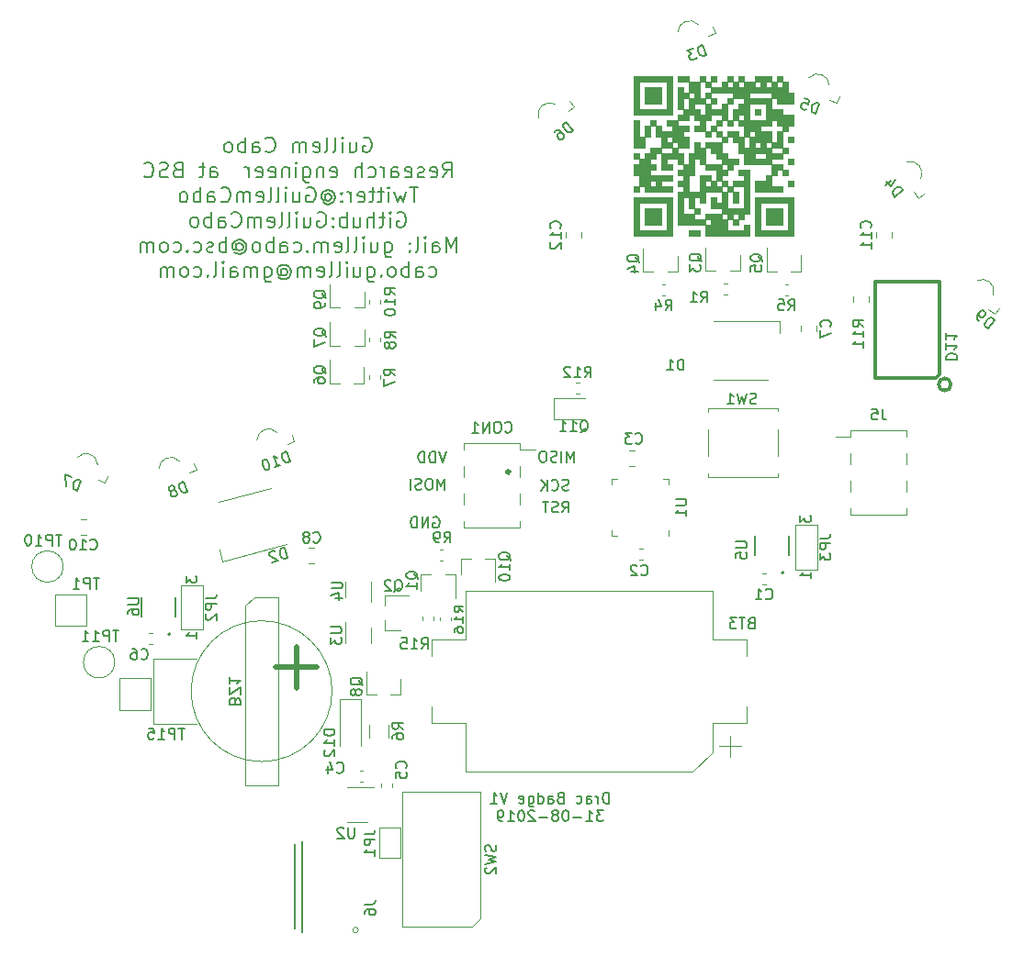
<source format=gbr>
G04 #@! TF.GenerationSoftware,KiCad,Pcbnew,5.1.3-ffb9f22~84~ubuntu18.04.1*
G04 #@! TF.CreationDate,2019-09-02T17:53:29+02:00*
G04 #@! TF.ProjectId,drac_badge,64726163-5f62-4616-9467-652e6b696361,rev?*
G04 #@! TF.SameCoordinates,Original*
G04 #@! TF.FileFunction,Legend,Bot*
G04 #@! TF.FilePolarity,Positive*
%FSLAX46Y46*%
G04 Gerber Fmt 4.6, Leading zero omitted, Abs format (unit mm)*
G04 Created by KiCad (PCBNEW 5.1.3-ffb9f22~84~ubuntu18.04.1) date 2019-09-02 17:53:29*
%MOMM*%
%LPD*%
G04 APERTURE LIST*
%ADD10C,0.150000*%
%ADD11C,0.200000*%
%ADD12C,0.010000*%
%ADD13C,0.120000*%
%ADD14C,0.300000*%
%ADD15C,0.127000*%
%ADD16C,0.100000*%
%ADD17C,0.500000*%
G04 APERTURE END LIST*
D10*
X57584761Y-79557380D02*
X57584761Y-78557380D01*
X57346666Y-78557380D01*
X57203809Y-78605000D01*
X57108571Y-78700238D01*
X57060952Y-78795476D01*
X57013333Y-78985952D01*
X57013333Y-79128809D01*
X57060952Y-79319285D01*
X57108571Y-79414523D01*
X57203809Y-79509761D01*
X57346666Y-79557380D01*
X57584761Y-79557380D01*
X56584761Y-79557380D02*
X56584761Y-78890714D01*
X56584761Y-79081190D02*
X56537142Y-78985952D01*
X56489523Y-78938333D01*
X56394285Y-78890714D01*
X56299047Y-78890714D01*
X55537142Y-79557380D02*
X55537142Y-79033571D01*
X55584761Y-78938333D01*
X55680000Y-78890714D01*
X55870476Y-78890714D01*
X55965714Y-78938333D01*
X55537142Y-79509761D02*
X55632380Y-79557380D01*
X55870476Y-79557380D01*
X55965714Y-79509761D01*
X56013333Y-79414523D01*
X56013333Y-79319285D01*
X55965714Y-79224047D01*
X55870476Y-79176428D01*
X55632380Y-79176428D01*
X55537142Y-79128809D01*
X54632380Y-79509761D02*
X54727619Y-79557380D01*
X54918095Y-79557380D01*
X55013333Y-79509761D01*
X55060952Y-79462142D01*
X55108571Y-79366904D01*
X55108571Y-79081190D01*
X55060952Y-78985952D01*
X55013333Y-78938333D01*
X54918095Y-78890714D01*
X54727619Y-78890714D01*
X54632380Y-78938333D01*
X53108571Y-79033571D02*
X52965714Y-79081190D01*
X52918095Y-79128809D01*
X52870476Y-79224047D01*
X52870476Y-79366904D01*
X52918095Y-79462142D01*
X52965714Y-79509761D01*
X53060952Y-79557380D01*
X53441904Y-79557380D01*
X53441904Y-78557380D01*
X53108571Y-78557380D01*
X53013333Y-78605000D01*
X52965714Y-78652619D01*
X52918095Y-78747857D01*
X52918095Y-78843095D01*
X52965714Y-78938333D01*
X53013333Y-78985952D01*
X53108571Y-79033571D01*
X53441904Y-79033571D01*
X52013333Y-79557380D02*
X52013333Y-79033571D01*
X52060952Y-78938333D01*
X52156190Y-78890714D01*
X52346666Y-78890714D01*
X52441904Y-78938333D01*
X52013333Y-79509761D02*
X52108571Y-79557380D01*
X52346666Y-79557380D01*
X52441904Y-79509761D01*
X52489523Y-79414523D01*
X52489523Y-79319285D01*
X52441904Y-79224047D01*
X52346666Y-79176428D01*
X52108571Y-79176428D01*
X52013333Y-79128809D01*
X51108571Y-79557380D02*
X51108571Y-78557380D01*
X51108571Y-79509761D02*
X51203809Y-79557380D01*
X51394285Y-79557380D01*
X51489523Y-79509761D01*
X51537142Y-79462142D01*
X51584761Y-79366904D01*
X51584761Y-79081190D01*
X51537142Y-78985952D01*
X51489523Y-78938333D01*
X51394285Y-78890714D01*
X51203809Y-78890714D01*
X51108571Y-78938333D01*
X50203809Y-78890714D02*
X50203809Y-79700238D01*
X50251428Y-79795476D01*
X50299047Y-79843095D01*
X50394285Y-79890714D01*
X50537142Y-79890714D01*
X50632380Y-79843095D01*
X50203809Y-79509761D02*
X50299047Y-79557380D01*
X50489523Y-79557380D01*
X50584761Y-79509761D01*
X50632380Y-79462142D01*
X50680000Y-79366904D01*
X50680000Y-79081190D01*
X50632380Y-78985952D01*
X50584761Y-78938333D01*
X50489523Y-78890714D01*
X50299047Y-78890714D01*
X50203809Y-78938333D01*
X49346666Y-79509761D02*
X49441904Y-79557380D01*
X49632380Y-79557380D01*
X49727619Y-79509761D01*
X49775238Y-79414523D01*
X49775238Y-79033571D01*
X49727619Y-78938333D01*
X49632380Y-78890714D01*
X49441904Y-78890714D01*
X49346666Y-78938333D01*
X49299047Y-79033571D01*
X49299047Y-79128809D01*
X49775238Y-79224047D01*
X48251428Y-78557380D02*
X47918095Y-79557380D01*
X47584761Y-78557380D01*
X46727619Y-79557380D02*
X47299047Y-79557380D01*
X47013333Y-79557380D02*
X47013333Y-78557380D01*
X47108571Y-78700238D01*
X47203809Y-78795476D01*
X47299047Y-78843095D01*
X57084761Y-80207380D02*
X56465714Y-80207380D01*
X56799047Y-80588333D01*
X56656190Y-80588333D01*
X56560952Y-80635952D01*
X56513333Y-80683571D01*
X56465714Y-80778809D01*
X56465714Y-81016904D01*
X56513333Y-81112142D01*
X56560952Y-81159761D01*
X56656190Y-81207380D01*
X56941904Y-81207380D01*
X57037142Y-81159761D01*
X57084761Y-81112142D01*
X55513333Y-81207380D02*
X56084761Y-81207380D01*
X55799047Y-81207380D02*
X55799047Y-80207380D01*
X55894285Y-80350238D01*
X55989523Y-80445476D01*
X56084761Y-80493095D01*
X55084761Y-80826428D02*
X54322857Y-80826428D01*
X53656190Y-80207380D02*
X53560952Y-80207380D01*
X53465714Y-80255000D01*
X53418095Y-80302619D01*
X53370476Y-80397857D01*
X53322857Y-80588333D01*
X53322857Y-80826428D01*
X53370476Y-81016904D01*
X53418095Y-81112142D01*
X53465714Y-81159761D01*
X53560952Y-81207380D01*
X53656190Y-81207380D01*
X53751428Y-81159761D01*
X53799047Y-81112142D01*
X53846666Y-81016904D01*
X53894285Y-80826428D01*
X53894285Y-80588333D01*
X53846666Y-80397857D01*
X53799047Y-80302619D01*
X53751428Y-80255000D01*
X53656190Y-80207380D01*
X52751428Y-80635952D02*
X52846666Y-80588333D01*
X52894285Y-80540714D01*
X52941904Y-80445476D01*
X52941904Y-80397857D01*
X52894285Y-80302619D01*
X52846666Y-80255000D01*
X52751428Y-80207380D01*
X52560952Y-80207380D01*
X52465714Y-80255000D01*
X52418095Y-80302619D01*
X52370476Y-80397857D01*
X52370476Y-80445476D01*
X52418095Y-80540714D01*
X52465714Y-80588333D01*
X52560952Y-80635952D01*
X52751428Y-80635952D01*
X52846666Y-80683571D01*
X52894285Y-80731190D01*
X52941904Y-80826428D01*
X52941904Y-81016904D01*
X52894285Y-81112142D01*
X52846666Y-81159761D01*
X52751428Y-81207380D01*
X52560952Y-81207380D01*
X52465714Y-81159761D01*
X52418095Y-81112142D01*
X52370476Y-81016904D01*
X52370476Y-80826428D01*
X52418095Y-80731190D01*
X52465714Y-80683571D01*
X52560952Y-80635952D01*
X51941904Y-80826428D02*
X51180000Y-80826428D01*
X50751428Y-80302619D02*
X50703809Y-80255000D01*
X50608571Y-80207380D01*
X50370476Y-80207380D01*
X50275238Y-80255000D01*
X50227619Y-80302619D01*
X50180000Y-80397857D01*
X50180000Y-80493095D01*
X50227619Y-80635952D01*
X50799047Y-81207380D01*
X50180000Y-81207380D01*
X49560952Y-80207380D02*
X49465714Y-80207380D01*
X49370476Y-80255000D01*
X49322857Y-80302619D01*
X49275238Y-80397857D01*
X49227619Y-80588333D01*
X49227619Y-80826428D01*
X49275238Y-81016904D01*
X49322857Y-81112142D01*
X49370476Y-81159761D01*
X49465714Y-81207380D01*
X49560952Y-81207380D01*
X49656190Y-81159761D01*
X49703809Y-81112142D01*
X49751428Y-81016904D01*
X49799047Y-80826428D01*
X49799047Y-80588333D01*
X49751428Y-80397857D01*
X49703809Y-80302619D01*
X49656190Y-80255000D01*
X49560952Y-80207380D01*
X48275238Y-81207380D02*
X48846666Y-81207380D01*
X48560952Y-81207380D02*
X48560952Y-80207380D01*
X48656190Y-80350238D01*
X48751428Y-80445476D01*
X48846666Y-80493095D01*
X47799047Y-81207380D02*
X47608571Y-81207380D01*
X47513333Y-81159761D01*
X47465714Y-81112142D01*
X47370476Y-80969285D01*
X47322857Y-80778809D01*
X47322857Y-80397857D01*
X47370476Y-80302619D01*
X47418095Y-80255000D01*
X47513333Y-80207380D01*
X47703809Y-80207380D01*
X47799047Y-80255000D01*
X47846666Y-80302619D01*
X47894285Y-80397857D01*
X47894285Y-80635952D01*
X47846666Y-80731190D01*
X47799047Y-80778809D01*
X47703809Y-80826428D01*
X47513333Y-80826428D01*
X47418095Y-80778809D01*
X47370476Y-80731190D01*
X47322857Y-80635952D01*
D11*
X34970000Y-18160000D02*
X35103333Y-18093333D01*
X35303333Y-18093333D01*
X35503333Y-18160000D01*
X35636666Y-18293333D01*
X35703333Y-18426666D01*
X35770000Y-18693333D01*
X35770000Y-18893333D01*
X35703333Y-19160000D01*
X35636666Y-19293333D01*
X35503333Y-19426666D01*
X35303333Y-19493333D01*
X35170000Y-19493333D01*
X34970000Y-19426666D01*
X34903333Y-19360000D01*
X34903333Y-18893333D01*
X35170000Y-18893333D01*
X33703333Y-18560000D02*
X33703333Y-19493333D01*
X34303333Y-18560000D02*
X34303333Y-19293333D01*
X34236666Y-19426666D01*
X34103333Y-19493333D01*
X33903333Y-19493333D01*
X33770000Y-19426666D01*
X33703333Y-19360000D01*
X33036666Y-19493333D02*
X33036666Y-18560000D01*
X33036666Y-18093333D02*
X33103333Y-18160000D01*
X33036666Y-18226666D01*
X32970000Y-18160000D01*
X33036666Y-18093333D01*
X33036666Y-18226666D01*
X32170000Y-19493333D02*
X32303333Y-19426666D01*
X32370000Y-19293333D01*
X32370000Y-18093333D01*
X31436666Y-19493333D02*
X31570000Y-19426666D01*
X31636666Y-19293333D01*
X31636666Y-18093333D01*
X30370000Y-19426666D02*
X30503333Y-19493333D01*
X30770000Y-19493333D01*
X30903333Y-19426666D01*
X30970000Y-19293333D01*
X30970000Y-18760000D01*
X30903333Y-18626666D01*
X30770000Y-18560000D01*
X30503333Y-18560000D01*
X30370000Y-18626666D01*
X30303333Y-18760000D01*
X30303333Y-18893333D01*
X30970000Y-19026666D01*
X29703333Y-19493333D02*
X29703333Y-18560000D01*
X29703333Y-18693333D02*
X29636666Y-18626666D01*
X29503333Y-18560000D01*
X29303333Y-18560000D01*
X29170000Y-18626666D01*
X29103333Y-18760000D01*
X29103333Y-19493333D01*
X29103333Y-18760000D02*
X29036666Y-18626666D01*
X28903333Y-18560000D01*
X28703333Y-18560000D01*
X28570000Y-18626666D01*
X28503333Y-18760000D01*
X28503333Y-19493333D01*
X25970000Y-19360000D02*
X26036666Y-19426666D01*
X26236666Y-19493333D01*
X26370000Y-19493333D01*
X26570000Y-19426666D01*
X26703333Y-19293333D01*
X26770000Y-19160000D01*
X26836666Y-18893333D01*
X26836666Y-18693333D01*
X26770000Y-18426666D01*
X26703333Y-18293333D01*
X26570000Y-18160000D01*
X26370000Y-18093333D01*
X26236666Y-18093333D01*
X26036666Y-18160000D01*
X25970000Y-18226666D01*
X24770000Y-19493333D02*
X24770000Y-18760000D01*
X24836666Y-18626666D01*
X24970000Y-18560000D01*
X25236666Y-18560000D01*
X25370000Y-18626666D01*
X24770000Y-19426666D02*
X24903333Y-19493333D01*
X25236666Y-19493333D01*
X25370000Y-19426666D01*
X25436666Y-19293333D01*
X25436666Y-19160000D01*
X25370000Y-19026666D01*
X25236666Y-18960000D01*
X24903333Y-18960000D01*
X24770000Y-18893333D01*
X24103333Y-19493333D02*
X24103333Y-18093333D01*
X24103333Y-18626666D02*
X23970000Y-18560000D01*
X23703333Y-18560000D01*
X23570000Y-18626666D01*
X23503333Y-18693333D01*
X23436666Y-18826666D01*
X23436666Y-19226666D01*
X23503333Y-19360000D01*
X23570000Y-19426666D01*
X23703333Y-19493333D01*
X23970000Y-19493333D01*
X24103333Y-19426666D01*
X22636666Y-19493333D02*
X22770000Y-19426666D01*
X22836666Y-19360000D01*
X22903333Y-19226666D01*
X22903333Y-18826666D01*
X22836666Y-18693333D01*
X22770000Y-18626666D01*
X22636666Y-18560000D01*
X22436666Y-18560000D01*
X22303333Y-18626666D01*
X22236666Y-18693333D01*
X22170000Y-18826666D01*
X22170000Y-19226666D01*
X22236666Y-19360000D01*
X22303333Y-19426666D01*
X22436666Y-19493333D01*
X22636666Y-19493333D01*
X42303333Y-21793333D02*
X42770000Y-21126666D01*
X43103333Y-21793333D02*
X43103333Y-20393333D01*
X42570000Y-20393333D01*
X42436666Y-20460000D01*
X42370000Y-20526666D01*
X42303333Y-20660000D01*
X42303333Y-20860000D01*
X42370000Y-20993333D01*
X42436666Y-21060000D01*
X42570000Y-21126666D01*
X43103333Y-21126666D01*
X41170000Y-21726666D02*
X41303333Y-21793333D01*
X41570000Y-21793333D01*
X41703333Y-21726666D01*
X41770000Y-21593333D01*
X41770000Y-21060000D01*
X41703333Y-20926666D01*
X41570000Y-20860000D01*
X41303333Y-20860000D01*
X41170000Y-20926666D01*
X41103333Y-21060000D01*
X41103333Y-21193333D01*
X41770000Y-21326666D01*
X40570000Y-21726666D02*
X40436666Y-21793333D01*
X40170000Y-21793333D01*
X40036666Y-21726666D01*
X39970000Y-21593333D01*
X39970000Y-21526666D01*
X40036666Y-21393333D01*
X40170000Y-21326666D01*
X40370000Y-21326666D01*
X40503333Y-21260000D01*
X40570000Y-21126666D01*
X40570000Y-21060000D01*
X40503333Y-20926666D01*
X40370000Y-20860000D01*
X40170000Y-20860000D01*
X40036666Y-20926666D01*
X38836666Y-21726666D02*
X38970000Y-21793333D01*
X39236666Y-21793333D01*
X39370000Y-21726666D01*
X39436666Y-21593333D01*
X39436666Y-21060000D01*
X39370000Y-20926666D01*
X39236666Y-20860000D01*
X38970000Y-20860000D01*
X38836666Y-20926666D01*
X38770000Y-21060000D01*
X38770000Y-21193333D01*
X39436666Y-21326666D01*
X37570000Y-21793333D02*
X37570000Y-21060000D01*
X37636666Y-20926666D01*
X37770000Y-20860000D01*
X38036666Y-20860000D01*
X38170000Y-20926666D01*
X37570000Y-21726666D02*
X37703333Y-21793333D01*
X38036666Y-21793333D01*
X38170000Y-21726666D01*
X38236666Y-21593333D01*
X38236666Y-21460000D01*
X38170000Y-21326666D01*
X38036666Y-21260000D01*
X37703333Y-21260000D01*
X37570000Y-21193333D01*
X36903333Y-21793333D02*
X36903333Y-20860000D01*
X36903333Y-21126666D02*
X36836666Y-20993333D01*
X36770000Y-20926666D01*
X36636666Y-20860000D01*
X36503333Y-20860000D01*
X35436666Y-21726666D02*
X35570000Y-21793333D01*
X35836666Y-21793333D01*
X35970000Y-21726666D01*
X36036666Y-21660000D01*
X36103333Y-21526666D01*
X36103333Y-21126666D01*
X36036666Y-20993333D01*
X35970000Y-20926666D01*
X35836666Y-20860000D01*
X35570000Y-20860000D01*
X35436666Y-20926666D01*
X34836666Y-21793333D02*
X34836666Y-20393333D01*
X34236666Y-21793333D02*
X34236666Y-21060000D01*
X34303333Y-20926666D01*
X34436666Y-20860000D01*
X34636666Y-20860000D01*
X34770000Y-20926666D01*
X34836666Y-20993333D01*
X31970000Y-21726666D02*
X32103333Y-21793333D01*
X32370000Y-21793333D01*
X32503333Y-21726666D01*
X32570000Y-21593333D01*
X32570000Y-21060000D01*
X32503333Y-20926666D01*
X32370000Y-20860000D01*
X32103333Y-20860000D01*
X31970000Y-20926666D01*
X31903333Y-21060000D01*
X31903333Y-21193333D01*
X32570000Y-21326666D01*
X31303333Y-20860000D02*
X31303333Y-21793333D01*
X31303333Y-20993333D02*
X31236666Y-20926666D01*
X31103333Y-20860000D01*
X30903333Y-20860000D01*
X30770000Y-20926666D01*
X30703333Y-21060000D01*
X30703333Y-21793333D01*
X29436666Y-20860000D02*
X29436666Y-21993333D01*
X29503333Y-22126666D01*
X29570000Y-22193333D01*
X29703333Y-22260000D01*
X29903333Y-22260000D01*
X30036666Y-22193333D01*
X29436666Y-21726666D02*
X29570000Y-21793333D01*
X29836666Y-21793333D01*
X29970000Y-21726666D01*
X30036666Y-21660000D01*
X30103333Y-21526666D01*
X30103333Y-21126666D01*
X30036666Y-20993333D01*
X29970000Y-20926666D01*
X29836666Y-20860000D01*
X29570000Y-20860000D01*
X29436666Y-20926666D01*
X28770000Y-21793333D02*
X28770000Y-20860000D01*
X28770000Y-20393333D02*
X28836666Y-20460000D01*
X28770000Y-20526666D01*
X28703333Y-20460000D01*
X28770000Y-20393333D01*
X28770000Y-20526666D01*
X28103333Y-20860000D02*
X28103333Y-21793333D01*
X28103333Y-20993333D02*
X28036666Y-20926666D01*
X27903333Y-20860000D01*
X27703333Y-20860000D01*
X27570000Y-20926666D01*
X27503333Y-21060000D01*
X27503333Y-21793333D01*
X26303333Y-21726666D02*
X26436666Y-21793333D01*
X26703333Y-21793333D01*
X26836666Y-21726666D01*
X26903333Y-21593333D01*
X26903333Y-21060000D01*
X26836666Y-20926666D01*
X26703333Y-20860000D01*
X26436666Y-20860000D01*
X26303333Y-20926666D01*
X26236666Y-21060000D01*
X26236666Y-21193333D01*
X26903333Y-21326666D01*
X25103333Y-21726666D02*
X25236666Y-21793333D01*
X25503333Y-21793333D01*
X25636666Y-21726666D01*
X25703333Y-21593333D01*
X25703333Y-21060000D01*
X25636666Y-20926666D01*
X25503333Y-20860000D01*
X25236666Y-20860000D01*
X25103333Y-20926666D01*
X25036666Y-21060000D01*
X25036666Y-21193333D01*
X25703333Y-21326666D01*
X24436666Y-21793333D02*
X24436666Y-20860000D01*
X24436666Y-21126666D02*
X24370000Y-20993333D01*
X24303333Y-20926666D01*
X24170000Y-20860000D01*
X24036666Y-20860000D01*
X20836666Y-21793333D02*
X20836666Y-21060000D01*
X20903333Y-20926666D01*
X21036666Y-20860000D01*
X21303333Y-20860000D01*
X21436666Y-20926666D01*
X20836666Y-21726666D02*
X20970000Y-21793333D01*
X21303333Y-21793333D01*
X21436666Y-21726666D01*
X21503333Y-21593333D01*
X21503333Y-21460000D01*
X21436666Y-21326666D01*
X21303333Y-21260000D01*
X20970000Y-21260000D01*
X20836666Y-21193333D01*
X20370000Y-20860000D02*
X19836666Y-20860000D01*
X20170000Y-20393333D02*
X20170000Y-21593333D01*
X20103333Y-21726666D01*
X19970000Y-21793333D01*
X19836666Y-21793333D01*
X17836666Y-21060000D02*
X17636666Y-21126666D01*
X17570000Y-21193333D01*
X17503333Y-21326666D01*
X17503333Y-21526666D01*
X17570000Y-21660000D01*
X17636666Y-21726666D01*
X17770000Y-21793333D01*
X18303333Y-21793333D01*
X18303333Y-20393333D01*
X17836666Y-20393333D01*
X17703333Y-20460000D01*
X17636666Y-20526666D01*
X17570000Y-20660000D01*
X17570000Y-20793333D01*
X17636666Y-20926666D01*
X17703333Y-20993333D01*
X17836666Y-21060000D01*
X18303333Y-21060000D01*
X16970000Y-21726666D02*
X16770000Y-21793333D01*
X16436666Y-21793333D01*
X16303333Y-21726666D01*
X16236666Y-21660000D01*
X16170000Y-21526666D01*
X16170000Y-21393333D01*
X16236666Y-21260000D01*
X16303333Y-21193333D01*
X16436666Y-21126666D01*
X16703333Y-21060000D01*
X16836666Y-20993333D01*
X16903333Y-20926666D01*
X16970000Y-20793333D01*
X16970000Y-20660000D01*
X16903333Y-20526666D01*
X16836666Y-20460000D01*
X16703333Y-20393333D01*
X16370000Y-20393333D01*
X16170000Y-20460000D01*
X14770000Y-21660000D02*
X14836666Y-21726666D01*
X15036666Y-21793333D01*
X15170000Y-21793333D01*
X15370000Y-21726666D01*
X15503333Y-21593333D01*
X15570000Y-21460000D01*
X15636666Y-21193333D01*
X15636666Y-20993333D01*
X15570000Y-20726666D01*
X15503333Y-20593333D01*
X15370000Y-20460000D01*
X15170000Y-20393333D01*
X15036666Y-20393333D01*
X14836666Y-20460000D01*
X14770000Y-20526666D01*
X40036666Y-22693333D02*
X39236666Y-22693333D01*
X39636666Y-24093333D02*
X39636666Y-22693333D01*
X38903333Y-23160000D02*
X38636666Y-24093333D01*
X38370000Y-23426666D01*
X38103333Y-24093333D01*
X37836666Y-23160000D01*
X37303333Y-24093333D02*
X37303333Y-23160000D01*
X37303333Y-22693333D02*
X37370000Y-22760000D01*
X37303333Y-22826666D01*
X37236666Y-22760000D01*
X37303333Y-22693333D01*
X37303333Y-22826666D01*
X36836666Y-23160000D02*
X36303333Y-23160000D01*
X36636666Y-22693333D02*
X36636666Y-23893333D01*
X36570000Y-24026666D01*
X36436666Y-24093333D01*
X36303333Y-24093333D01*
X36036666Y-23160000D02*
X35503333Y-23160000D01*
X35836666Y-22693333D02*
X35836666Y-23893333D01*
X35770000Y-24026666D01*
X35636666Y-24093333D01*
X35503333Y-24093333D01*
X34503333Y-24026666D02*
X34636666Y-24093333D01*
X34903333Y-24093333D01*
X35036666Y-24026666D01*
X35103333Y-23893333D01*
X35103333Y-23360000D01*
X35036666Y-23226666D01*
X34903333Y-23160000D01*
X34636666Y-23160000D01*
X34503333Y-23226666D01*
X34436666Y-23360000D01*
X34436666Y-23493333D01*
X35103333Y-23626666D01*
X33836666Y-24093333D02*
X33836666Y-23160000D01*
X33836666Y-23426666D02*
X33770000Y-23293333D01*
X33703333Y-23226666D01*
X33570000Y-23160000D01*
X33436666Y-23160000D01*
X32969999Y-23960000D02*
X32903333Y-24026666D01*
X32969999Y-24093333D01*
X33036666Y-24026666D01*
X32969999Y-23960000D01*
X32969999Y-24093333D01*
X32969999Y-23226666D02*
X32903333Y-23293333D01*
X32969999Y-23360000D01*
X33036666Y-23293333D01*
X32969999Y-23226666D01*
X32969999Y-23360000D01*
X31436666Y-23426666D02*
X31503333Y-23360000D01*
X31636666Y-23293333D01*
X31770000Y-23293333D01*
X31903333Y-23360000D01*
X31970000Y-23426666D01*
X32036666Y-23560000D01*
X32036666Y-23693333D01*
X31970000Y-23826666D01*
X31903333Y-23893333D01*
X31770000Y-23960000D01*
X31636666Y-23960000D01*
X31503333Y-23893333D01*
X31436666Y-23826666D01*
X31436666Y-23293333D02*
X31436666Y-23826666D01*
X31370000Y-23893333D01*
X31303333Y-23893333D01*
X31170000Y-23826666D01*
X31103333Y-23693333D01*
X31103333Y-23360000D01*
X31236666Y-23160000D01*
X31436666Y-23026666D01*
X31703333Y-22960000D01*
X31970000Y-23026666D01*
X32170000Y-23160000D01*
X32303333Y-23360000D01*
X32370000Y-23626666D01*
X32303333Y-23893333D01*
X32170000Y-24093333D01*
X31970000Y-24226666D01*
X31703333Y-24293333D01*
X31436666Y-24226666D01*
X31236666Y-24093333D01*
X29770000Y-22760000D02*
X29903333Y-22693333D01*
X30103333Y-22693333D01*
X30303333Y-22760000D01*
X30436666Y-22893333D01*
X30503333Y-23026666D01*
X30570000Y-23293333D01*
X30570000Y-23493333D01*
X30503333Y-23760000D01*
X30436666Y-23893333D01*
X30303333Y-24026666D01*
X30103333Y-24093333D01*
X29970000Y-24093333D01*
X29770000Y-24026666D01*
X29703333Y-23960000D01*
X29703333Y-23493333D01*
X29970000Y-23493333D01*
X28503333Y-23160000D02*
X28503333Y-24093333D01*
X29103333Y-23160000D02*
X29103333Y-23893333D01*
X29036666Y-24026666D01*
X28903333Y-24093333D01*
X28703333Y-24093333D01*
X28570000Y-24026666D01*
X28503333Y-23960000D01*
X27836666Y-24093333D02*
X27836666Y-23160000D01*
X27836666Y-22693333D02*
X27903333Y-22760000D01*
X27836666Y-22826666D01*
X27770000Y-22760000D01*
X27836666Y-22693333D01*
X27836666Y-22826666D01*
X26970000Y-24093333D02*
X27103333Y-24026666D01*
X27170000Y-23893333D01*
X27170000Y-22693333D01*
X26236666Y-24093333D02*
X26370000Y-24026666D01*
X26436666Y-23893333D01*
X26436666Y-22693333D01*
X25170000Y-24026666D02*
X25303333Y-24093333D01*
X25570000Y-24093333D01*
X25703333Y-24026666D01*
X25770000Y-23893333D01*
X25770000Y-23360000D01*
X25703333Y-23226666D01*
X25570000Y-23160000D01*
X25303333Y-23160000D01*
X25170000Y-23226666D01*
X25103333Y-23360000D01*
X25103333Y-23493333D01*
X25770000Y-23626666D01*
X24503333Y-24093333D02*
X24503333Y-23160000D01*
X24503333Y-23293333D02*
X24436666Y-23226666D01*
X24303333Y-23160000D01*
X24103333Y-23160000D01*
X23970000Y-23226666D01*
X23903333Y-23360000D01*
X23903333Y-24093333D01*
X23903333Y-23360000D02*
X23836666Y-23226666D01*
X23703333Y-23160000D01*
X23503333Y-23160000D01*
X23370000Y-23226666D01*
X23303333Y-23360000D01*
X23303333Y-24093333D01*
X21836666Y-23960000D02*
X21903333Y-24026666D01*
X22103333Y-24093333D01*
X22236666Y-24093333D01*
X22436666Y-24026666D01*
X22570000Y-23893333D01*
X22636666Y-23760000D01*
X22703333Y-23493333D01*
X22703333Y-23293333D01*
X22636666Y-23026666D01*
X22570000Y-22893333D01*
X22436666Y-22760000D01*
X22236666Y-22693333D01*
X22103333Y-22693333D01*
X21903333Y-22760000D01*
X21836666Y-22826666D01*
X20636666Y-24093333D02*
X20636666Y-23360000D01*
X20703333Y-23226666D01*
X20836666Y-23160000D01*
X21103333Y-23160000D01*
X21236666Y-23226666D01*
X20636666Y-24026666D02*
X20770000Y-24093333D01*
X21103333Y-24093333D01*
X21236666Y-24026666D01*
X21303333Y-23893333D01*
X21303333Y-23760000D01*
X21236666Y-23626666D01*
X21103333Y-23560000D01*
X20770000Y-23560000D01*
X20636666Y-23493333D01*
X19970000Y-24093333D02*
X19970000Y-22693333D01*
X19970000Y-23226666D02*
X19836666Y-23160000D01*
X19570000Y-23160000D01*
X19436666Y-23226666D01*
X19370000Y-23293333D01*
X19303333Y-23426666D01*
X19303333Y-23826666D01*
X19370000Y-23960000D01*
X19436666Y-24026666D01*
X19570000Y-24093333D01*
X19836666Y-24093333D01*
X19970000Y-24026666D01*
X18503333Y-24093333D02*
X18636666Y-24026666D01*
X18703333Y-23960000D01*
X18770000Y-23826666D01*
X18770000Y-23426666D01*
X18703333Y-23293333D01*
X18636666Y-23226666D01*
X18503333Y-23160000D01*
X18303333Y-23160000D01*
X18170000Y-23226666D01*
X18103333Y-23293333D01*
X18036666Y-23426666D01*
X18036666Y-23826666D01*
X18103333Y-23960000D01*
X18170000Y-24026666D01*
X18303333Y-24093333D01*
X18503333Y-24093333D01*
X38103333Y-25060000D02*
X38236666Y-24993333D01*
X38436666Y-24993333D01*
X38636666Y-25060000D01*
X38770000Y-25193333D01*
X38836666Y-25326666D01*
X38903333Y-25593333D01*
X38903333Y-25793333D01*
X38836666Y-26060000D01*
X38770000Y-26193333D01*
X38636666Y-26326666D01*
X38436666Y-26393333D01*
X38303333Y-26393333D01*
X38103333Y-26326666D01*
X38036666Y-26260000D01*
X38036666Y-25793333D01*
X38303333Y-25793333D01*
X37436666Y-26393333D02*
X37436666Y-25460000D01*
X37436666Y-24993333D02*
X37503333Y-25060000D01*
X37436666Y-25126666D01*
X37370000Y-25060000D01*
X37436666Y-24993333D01*
X37436666Y-25126666D01*
X36970000Y-25460000D02*
X36436666Y-25460000D01*
X36770000Y-24993333D02*
X36770000Y-26193333D01*
X36703333Y-26326666D01*
X36570000Y-26393333D01*
X36436666Y-26393333D01*
X35970000Y-26393333D02*
X35970000Y-24993333D01*
X35370000Y-26393333D02*
X35370000Y-25660000D01*
X35436666Y-25526666D01*
X35570000Y-25460000D01*
X35770000Y-25460000D01*
X35903333Y-25526666D01*
X35970000Y-25593333D01*
X34103333Y-25460000D02*
X34103333Y-26393333D01*
X34703333Y-25460000D02*
X34703333Y-26193333D01*
X34636666Y-26326666D01*
X34503333Y-26393333D01*
X34303333Y-26393333D01*
X34170000Y-26326666D01*
X34103333Y-26260000D01*
X33436666Y-26393333D02*
X33436666Y-24993333D01*
X33436666Y-25526666D02*
X33303333Y-25460000D01*
X33036666Y-25460000D01*
X32903333Y-25526666D01*
X32836666Y-25593333D01*
X32770000Y-25726666D01*
X32770000Y-26126666D01*
X32836666Y-26260000D01*
X32903333Y-26326666D01*
X33036666Y-26393333D01*
X33303333Y-26393333D01*
X33436666Y-26326666D01*
X32170000Y-26260000D02*
X32103333Y-26326666D01*
X32170000Y-26393333D01*
X32236666Y-26326666D01*
X32170000Y-26260000D01*
X32170000Y-26393333D01*
X32170000Y-25526666D02*
X32103333Y-25593333D01*
X32170000Y-25660000D01*
X32236666Y-25593333D01*
X32170000Y-25526666D01*
X32170000Y-25660000D01*
X30770000Y-25060000D02*
X30903333Y-24993333D01*
X31103333Y-24993333D01*
X31303333Y-25060000D01*
X31436666Y-25193333D01*
X31503333Y-25326666D01*
X31570000Y-25593333D01*
X31570000Y-25793333D01*
X31503333Y-26060000D01*
X31436666Y-26193333D01*
X31303333Y-26326666D01*
X31103333Y-26393333D01*
X30970000Y-26393333D01*
X30770000Y-26326666D01*
X30703333Y-26260000D01*
X30703333Y-25793333D01*
X30970000Y-25793333D01*
X29503333Y-25460000D02*
X29503333Y-26393333D01*
X30103333Y-25460000D02*
X30103333Y-26193333D01*
X30036666Y-26326666D01*
X29903333Y-26393333D01*
X29703333Y-26393333D01*
X29570000Y-26326666D01*
X29503333Y-26260000D01*
X28836666Y-26393333D02*
X28836666Y-25460000D01*
X28836666Y-24993333D02*
X28903333Y-25060000D01*
X28836666Y-25126666D01*
X28770000Y-25060000D01*
X28836666Y-24993333D01*
X28836666Y-25126666D01*
X27970000Y-26393333D02*
X28103333Y-26326666D01*
X28170000Y-26193333D01*
X28170000Y-24993333D01*
X27236666Y-26393333D02*
X27370000Y-26326666D01*
X27436666Y-26193333D01*
X27436666Y-24993333D01*
X26170000Y-26326666D02*
X26303333Y-26393333D01*
X26570000Y-26393333D01*
X26703333Y-26326666D01*
X26770000Y-26193333D01*
X26770000Y-25660000D01*
X26703333Y-25526666D01*
X26570000Y-25460000D01*
X26303333Y-25460000D01*
X26170000Y-25526666D01*
X26103333Y-25660000D01*
X26103333Y-25793333D01*
X26770000Y-25926666D01*
X25503333Y-26393333D02*
X25503333Y-25460000D01*
X25503333Y-25593333D02*
X25436666Y-25526666D01*
X25303333Y-25460000D01*
X25103333Y-25460000D01*
X24970000Y-25526666D01*
X24903333Y-25660000D01*
X24903333Y-26393333D01*
X24903333Y-25660000D02*
X24836666Y-25526666D01*
X24703333Y-25460000D01*
X24503333Y-25460000D01*
X24370000Y-25526666D01*
X24303333Y-25660000D01*
X24303333Y-26393333D01*
X22836666Y-26260000D02*
X22903333Y-26326666D01*
X23103333Y-26393333D01*
X23236666Y-26393333D01*
X23436666Y-26326666D01*
X23570000Y-26193333D01*
X23636666Y-26060000D01*
X23703333Y-25793333D01*
X23703333Y-25593333D01*
X23636666Y-25326666D01*
X23570000Y-25193333D01*
X23436666Y-25060000D01*
X23236666Y-24993333D01*
X23103333Y-24993333D01*
X22903333Y-25060000D01*
X22836666Y-25126666D01*
X21636666Y-26393333D02*
X21636666Y-25660000D01*
X21703333Y-25526666D01*
X21836666Y-25460000D01*
X22103333Y-25460000D01*
X22236666Y-25526666D01*
X21636666Y-26326666D02*
X21770000Y-26393333D01*
X22103333Y-26393333D01*
X22236666Y-26326666D01*
X22303333Y-26193333D01*
X22303333Y-26060000D01*
X22236666Y-25926666D01*
X22103333Y-25860000D01*
X21770000Y-25860000D01*
X21636666Y-25793333D01*
X20970000Y-26393333D02*
X20970000Y-24993333D01*
X20970000Y-25526666D02*
X20836666Y-25460000D01*
X20570000Y-25460000D01*
X20436666Y-25526666D01*
X20370000Y-25593333D01*
X20303333Y-25726666D01*
X20303333Y-26126666D01*
X20370000Y-26260000D01*
X20436666Y-26326666D01*
X20570000Y-26393333D01*
X20836666Y-26393333D01*
X20970000Y-26326666D01*
X19503333Y-26393333D02*
X19636666Y-26326666D01*
X19703333Y-26260000D01*
X19770000Y-26126666D01*
X19770000Y-25726666D01*
X19703333Y-25593333D01*
X19636666Y-25526666D01*
X19503333Y-25460000D01*
X19303333Y-25460000D01*
X19170000Y-25526666D01*
X19103333Y-25593333D01*
X19036666Y-25726666D01*
X19036666Y-26126666D01*
X19103333Y-26260000D01*
X19170000Y-26326666D01*
X19303333Y-26393333D01*
X19503333Y-26393333D01*
X43536666Y-28693333D02*
X43536666Y-27293333D01*
X43070000Y-28293333D01*
X42603333Y-27293333D01*
X42603333Y-28693333D01*
X41336666Y-28693333D02*
X41336666Y-27960000D01*
X41403333Y-27826666D01*
X41536666Y-27760000D01*
X41803333Y-27760000D01*
X41936666Y-27826666D01*
X41336666Y-28626666D02*
X41470000Y-28693333D01*
X41803333Y-28693333D01*
X41936666Y-28626666D01*
X42003333Y-28493333D01*
X42003333Y-28360000D01*
X41936666Y-28226666D01*
X41803333Y-28160000D01*
X41470000Y-28160000D01*
X41336666Y-28093333D01*
X40670000Y-28693333D02*
X40670000Y-27760000D01*
X40670000Y-27293333D02*
X40736666Y-27360000D01*
X40670000Y-27426666D01*
X40603333Y-27360000D01*
X40670000Y-27293333D01*
X40670000Y-27426666D01*
X39803333Y-28693333D02*
X39936666Y-28626666D01*
X40003333Y-28493333D01*
X40003333Y-27293333D01*
X39270000Y-28560000D02*
X39203333Y-28626666D01*
X39270000Y-28693333D01*
X39336666Y-28626666D01*
X39270000Y-28560000D01*
X39270000Y-28693333D01*
X39270000Y-27826666D02*
X39203333Y-27893333D01*
X39270000Y-27960000D01*
X39336666Y-27893333D01*
X39270000Y-27826666D01*
X39270000Y-27960000D01*
X36936666Y-27760000D02*
X36936666Y-28893333D01*
X37003333Y-29026666D01*
X37070000Y-29093333D01*
X37203333Y-29160000D01*
X37403333Y-29160000D01*
X37536666Y-29093333D01*
X36936666Y-28626666D02*
X37070000Y-28693333D01*
X37336666Y-28693333D01*
X37470000Y-28626666D01*
X37536666Y-28560000D01*
X37603333Y-28426666D01*
X37603333Y-28026666D01*
X37536666Y-27893333D01*
X37470000Y-27826666D01*
X37336666Y-27760000D01*
X37070000Y-27760000D01*
X36936666Y-27826666D01*
X35670000Y-27760000D02*
X35670000Y-28693333D01*
X36270000Y-27760000D02*
X36270000Y-28493333D01*
X36203333Y-28626666D01*
X36070000Y-28693333D01*
X35870000Y-28693333D01*
X35736666Y-28626666D01*
X35670000Y-28560000D01*
X35003333Y-28693333D02*
X35003333Y-27760000D01*
X35003333Y-27293333D02*
X35069999Y-27360000D01*
X35003333Y-27426666D01*
X34936666Y-27360000D01*
X35003333Y-27293333D01*
X35003333Y-27426666D01*
X34136666Y-28693333D02*
X34269999Y-28626666D01*
X34336666Y-28493333D01*
X34336666Y-27293333D01*
X33403333Y-28693333D02*
X33536666Y-28626666D01*
X33603333Y-28493333D01*
X33603333Y-27293333D01*
X32336666Y-28626666D02*
X32470000Y-28693333D01*
X32736666Y-28693333D01*
X32870000Y-28626666D01*
X32936666Y-28493333D01*
X32936666Y-27960000D01*
X32870000Y-27826666D01*
X32736666Y-27760000D01*
X32470000Y-27760000D01*
X32336666Y-27826666D01*
X32270000Y-27960000D01*
X32270000Y-28093333D01*
X32936666Y-28226666D01*
X31670000Y-28693333D02*
X31670000Y-27760000D01*
X31670000Y-27893333D02*
X31603333Y-27826666D01*
X31470000Y-27760000D01*
X31270000Y-27760000D01*
X31136666Y-27826666D01*
X31070000Y-27960000D01*
X31070000Y-28693333D01*
X31070000Y-27960000D02*
X31003333Y-27826666D01*
X30870000Y-27760000D01*
X30669999Y-27760000D01*
X30536666Y-27826666D01*
X30469999Y-27960000D01*
X30469999Y-28693333D01*
X29803333Y-28560000D02*
X29736666Y-28626666D01*
X29803333Y-28693333D01*
X29870000Y-28626666D01*
X29803333Y-28560000D01*
X29803333Y-28693333D01*
X28536666Y-28626666D02*
X28670000Y-28693333D01*
X28936666Y-28693333D01*
X29070000Y-28626666D01*
X29136666Y-28560000D01*
X29203333Y-28426666D01*
X29203333Y-28026666D01*
X29136666Y-27893333D01*
X29070000Y-27826666D01*
X28936666Y-27760000D01*
X28670000Y-27760000D01*
X28536666Y-27826666D01*
X27336666Y-28693333D02*
X27336666Y-27960000D01*
X27403333Y-27826666D01*
X27536666Y-27760000D01*
X27803333Y-27760000D01*
X27936666Y-27826666D01*
X27336666Y-28626666D02*
X27470000Y-28693333D01*
X27803333Y-28693333D01*
X27936666Y-28626666D01*
X28003333Y-28493333D01*
X28003333Y-28360000D01*
X27936666Y-28226666D01*
X27803333Y-28160000D01*
X27470000Y-28160000D01*
X27336666Y-28093333D01*
X26670000Y-28693333D02*
X26670000Y-27293333D01*
X26670000Y-27826666D02*
X26536666Y-27760000D01*
X26270000Y-27760000D01*
X26136666Y-27826666D01*
X26070000Y-27893333D01*
X26003333Y-28026666D01*
X26003333Y-28426666D01*
X26070000Y-28560000D01*
X26136666Y-28626666D01*
X26270000Y-28693333D01*
X26536666Y-28693333D01*
X26670000Y-28626666D01*
X25203333Y-28693333D02*
X25336666Y-28626666D01*
X25403333Y-28560000D01*
X25470000Y-28426666D01*
X25470000Y-28026666D01*
X25403333Y-27893333D01*
X25336666Y-27826666D01*
X25203333Y-27760000D01*
X25003333Y-27760000D01*
X24870000Y-27826666D01*
X24803333Y-27893333D01*
X24736666Y-28026666D01*
X24736666Y-28426666D01*
X24803333Y-28560000D01*
X24870000Y-28626666D01*
X25003333Y-28693333D01*
X25203333Y-28693333D01*
X23270000Y-28026666D02*
X23336666Y-27960000D01*
X23470000Y-27893333D01*
X23603333Y-27893333D01*
X23736666Y-27960000D01*
X23803333Y-28026666D01*
X23870000Y-28160000D01*
X23870000Y-28293333D01*
X23803333Y-28426666D01*
X23736666Y-28493333D01*
X23603333Y-28560000D01*
X23470000Y-28560000D01*
X23336666Y-28493333D01*
X23270000Y-28426666D01*
X23270000Y-27893333D02*
X23270000Y-28426666D01*
X23203333Y-28493333D01*
X23136666Y-28493333D01*
X23003333Y-28426666D01*
X22936666Y-28293333D01*
X22936666Y-27960000D01*
X23070000Y-27760000D01*
X23270000Y-27626666D01*
X23536666Y-27560000D01*
X23803333Y-27626666D01*
X24003333Y-27760000D01*
X24136666Y-27960000D01*
X24203333Y-28226666D01*
X24136666Y-28493333D01*
X24003333Y-28693333D01*
X23803333Y-28826666D01*
X23536666Y-28893333D01*
X23270000Y-28826666D01*
X23070000Y-28693333D01*
X22336666Y-28693333D02*
X22336666Y-27293333D01*
X22336666Y-27826666D02*
X22203333Y-27760000D01*
X21936666Y-27760000D01*
X21803333Y-27826666D01*
X21736666Y-27893333D01*
X21670000Y-28026666D01*
X21670000Y-28426666D01*
X21736666Y-28560000D01*
X21803333Y-28626666D01*
X21936666Y-28693333D01*
X22203333Y-28693333D01*
X22336666Y-28626666D01*
X21136666Y-28626666D02*
X21003333Y-28693333D01*
X20736666Y-28693333D01*
X20603333Y-28626666D01*
X20536666Y-28493333D01*
X20536666Y-28426666D01*
X20603333Y-28293333D01*
X20736666Y-28226666D01*
X20936666Y-28226666D01*
X21070000Y-28160000D01*
X21136666Y-28026666D01*
X21136666Y-27960000D01*
X21070000Y-27826666D01*
X20936666Y-27760000D01*
X20736666Y-27760000D01*
X20603333Y-27826666D01*
X19336666Y-28626666D02*
X19470000Y-28693333D01*
X19736666Y-28693333D01*
X19870000Y-28626666D01*
X19936666Y-28560000D01*
X20003333Y-28426666D01*
X20003333Y-28026666D01*
X19936666Y-27893333D01*
X19870000Y-27826666D01*
X19736666Y-27760000D01*
X19470000Y-27760000D01*
X19336666Y-27826666D01*
X18736666Y-28560000D02*
X18670000Y-28626666D01*
X18736666Y-28693333D01*
X18803333Y-28626666D01*
X18736666Y-28560000D01*
X18736666Y-28693333D01*
X17470000Y-28626666D02*
X17603333Y-28693333D01*
X17870000Y-28693333D01*
X18003333Y-28626666D01*
X18070000Y-28560000D01*
X18136666Y-28426666D01*
X18136666Y-28026666D01*
X18070000Y-27893333D01*
X18003333Y-27826666D01*
X17870000Y-27760000D01*
X17603333Y-27760000D01*
X17470000Y-27826666D01*
X16670000Y-28693333D02*
X16803333Y-28626666D01*
X16870000Y-28560000D01*
X16936666Y-28426666D01*
X16936666Y-28026666D01*
X16870000Y-27893333D01*
X16803333Y-27826666D01*
X16670000Y-27760000D01*
X16470000Y-27760000D01*
X16336666Y-27826666D01*
X16270000Y-27893333D01*
X16203333Y-28026666D01*
X16203333Y-28426666D01*
X16270000Y-28560000D01*
X16336666Y-28626666D01*
X16470000Y-28693333D01*
X16670000Y-28693333D01*
X15603333Y-28693333D02*
X15603333Y-27760000D01*
X15603333Y-27893333D02*
X15536666Y-27826666D01*
X15403333Y-27760000D01*
X15203333Y-27760000D01*
X15070000Y-27826666D01*
X15003333Y-27960000D01*
X15003333Y-28693333D01*
X15003333Y-27960000D02*
X14936666Y-27826666D01*
X14803333Y-27760000D01*
X14603333Y-27760000D01*
X14470000Y-27826666D01*
X14403333Y-27960000D01*
X14403333Y-28693333D01*
X41036666Y-30926666D02*
X41170000Y-30993333D01*
X41436666Y-30993333D01*
X41570000Y-30926666D01*
X41636666Y-30860000D01*
X41703333Y-30726666D01*
X41703333Y-30326666D01*
X41636666Y-30193333D01*
X41570000Y-30126666D01*
X41436666Y-30060000D01*
X41170000Y-30060000D01*
X41036666Y-30126666D01*
X39836666Y-30993333D02*
X39836666Y-30260000D01*
X39903333Y-30126666D01*
X40036666Y-30060000D01*
X40303333Y-30060000D01*
X40436666Y-30126666D01*
X39836666Y-30926666D02*
X39970000Y-30993333D01*
X40303333Y-30993333D01*
X40436666Y-30926666D01*
X40503333Y-30793333D01*
X40503333Y-30660000D01*
X40436666Y-30526666D01*
X40303333Y-30460000D01*
X39970000Y-30460000D01*
X39836666Y-30393333D01*
X39170000Y-30993333D02*
X39170000Y-29593333D01*
X39170000Y-30126666D02*
X39036666Y-30060000D01*
X38770000Y-30060000D01*
X38636666Y-30126666D01*
X38570000Y-30193333D01*
X38503333Y-30326666D01*
X38503333Y-30726666D01*
X38570000Y-30860000D01*
X38636666Y-30926666D01*
X38770000Y-30993333D01*
X39036666Y-30993333D01*
X39170000Y-30926666D01*
X37703333Y-30993333D02*
X37836666Y-30926666D01*
X37903333Y-30860000D01*
X37970000Y-30726666D01*
X37970000Y-30326666D01*
X37903333Y-30193333D01*
X37836666Y-30126666D01*
X37703333Y-30060000D01*
X37503333Y-30060000D01*
X37370000Y-30126666D01*
X37303333Y-30193333D01*
X37236666Y-30326666D01*
X37236666Y-30726666D01*
X37303333Y-30860000D01*
X37370000Y-30926666D01*
X37503333Y-30993333D01*
X37703333Y-30993333D01*
X36636666Y-30860000D02*
X36570000Y-30926666D01*
X36636666Y-30993333D01*
X36703333Y-30926666D01*
X36636666Y-30860000D01*
X36636666Y-30993333D01*
X35370000Y-30060000D02*
X35370000Y-31193333D01*
X35436666Y-31326666D01*
X35503333Y-31393333D01*
X35636666Y-31460000D01*
X35836666Y-31460000D01*
X35970000Y-31393333D01*
X35370000Y-30926666D02*
X35503333Y-30993333D01*
X35770000Y-30993333D01*
X35903333Y-30926666D01*
X35970000Y-30860000D01*
X36036666Y-30726666D01*
X36036666Y-30326666D01*
X35970000Y-30193333D01*
X35903333Y-30126666D01*
X35770000Y-30060000D01*
X35503333Y-30060000D01*
X35370000Y-30126666D01*
X34103333Y-30060000D02*
X34103333Y-30993333D01*
X34703333Y-30060000D02*
X34703333Y-30793333D01*
X34636666Y-30926666D01*
X34503333Y-30993333D01*
X34303333Y-30993333D01*
X34169999Y-30926666D01*
X34103333Y-30860000D01*
X33436666Y-30993333D02*
X33436666Y-30060000D01*
X33436666Y-29593333D02*
X33503333Y-29660000D01*
X33436666Y-29726666D01*
X33369999Y-29660000D01*
X33436666Y-29593333D01*
X33436666Y-29726666D01*
X32569999Y-30993333D02*
X32703333Y-30926666D01*
X32769999Y-30793333D01*
X32769999Y-29593333D01*
X31836666Y-30993333D02*
X31969999Y-30926666D01*
X32036666Y-30793333D01*
X32036666Y-29593333D01*
X30769999Y-30926666D02*
X30903333Y-30993333D01*
X31169999Y-30993333D01*
X31303333Y-30926666D01*
X31369999Y-30793333D01*
X31369999Y-30260000D01*
X31303333Y-30126666D01*
X31169999Y-30060000D01*
X30903333Y-30060000D01*
X30769999Y-30126666D01*
X30703333Y-30260000D01*
X30703333Y-30393333D01*
X31369999Y-30526666D01*
X30103333Y-30993333D02*
X30103333Y-30060000D01*
X30103333Y-30193333D02*
X30036666Y-30126666D01*
X29903333Y-30060000D01*
X29703333Y-30060000D01*
X29569999Y-30126666D01*
X29503333Y-30260000D01*
X29503333Y-30993333D01*
X29503333Y-30260000D02*
X29436666Y-30126666D01*
X29303333Y-30060000D01*
X29103333Y-30060000D01*
X28969999Y-30126666D01*
X28903333Y-30260000D01*
X28903333Y-30993333D01*
X27369999Y-30326666D02*
X27436666Y-30260000D01*
X27569999Y-30193333D01*
X27703333Y-30193333D01*
X27836666Y-30260000D01*
X27903333Y-30326666D01*
X27969999Y-30460000D01*
X27969999Y-30593333D01*
X27903333Y-30726666D01*
X27836666Y-30793333D01*
X27703333Y-30860000D01*
X27569999Y-30860000D01*
X27436666Y-30793333D01*
X27369999Y-30726666D01*
X27369999Y-30193333D02*
X27369999Y-30726666D01*
X27303333Y-30793333D01*
X27236666Y-30793333D01*
X27103333Y-30726666D01*
X27036666Y-30593333D01*
X27036666Y-30260000D01*
X27169999Y-30060000D01*
X27369999Y-29926666D01*
X27636666Y-29860000D01*
X27903333Y-29926666D01*
X28103333Y-30060000D01*
X28236666Y-30260000D01*
X28303333Y-30526666D01*
X28236666Y-30793333D01*
X28103333Y-30993333D01*
X27903333Y-31126666D01*
X27636666Y-31193333D01*
X27369999Y-31126666D01*
X27169999Y-30993333D01*
X25836666Y-30060000D02*
X25836666Y-31193333D01*
X25903333Y-31326666D01*
X25969999Y-31393333D01*
X26103333Y-31460000D01*
X26303333Y-31460000D01*
X26436666Y-31393333D01*
X25836666Y-30926666D02*
X25969999Y-30993333D01*
X26236666Y-30993333D01*
X26369999Y-30926666D01*
X26436666Y-30860000D01*
X26503333Y-30726666D01*
X26503333Y-30326666D01*
X26436666Y-30193333D01*
X26369999Y-30126666D01*
X26236666Y-30060000D01*
X25969999Y-30060000D01*
X25836666Y-30126666D01*
X25169999Y-30993333D02*
X25169999Y-30060000D01*
X25169999Y-30193333D02*
X25103333Y-30126666D01*
X24969999Y-30060000D01*
X24769999Y-30060000D01*
X24636666Y-30126666D01*
X24569999Y-30260000D01*
X24569999Y-30993333D01*
X24569999Y-30260000D02*
X24503333Y-30126666D01*
X24369999Y-30060000D01*
X24169999Y-30060000D01*
X24036666Y-30126666D01*
X23969999Y-30260000D01*
X23969999Y-30993333D01*
X22703333Y-30993333D02*
X22703333Y-30260000D01*
X22769999Y-30126666D01*
X22903333Y-30060000D01*
X23169999Y-30060000D01*
X23303333Y-30126666D01*
X22703333Y-30926666D02*
X22836666Y-30993333D01*
X23169999Y-30993333D01*
X23303333Y-30926666D01*
X23369999Y-30793333D01*
X23369999Y-30660000D01*
X23303333Y-30526666D01*
X23169999Y-30460000D01*
X22836666Y-30460000D01*
X22703333Y-30393333D01*
X22036666Y-30993333D02*
X22036666Y-30060000D01*
X22036666Y-29593333D02*
X22103333Y-29660000D01*
X22036666Y-29726666D01*
X21969999Y-29660000D01*
X22036666Y-29593333D01*
X22036666Y-29726666D01*
X21169999Y-30993333D02*
X21303333Y-30926666D01*
X21369999Y-30793333D01*
X21369999Y-29593333D01*
X20636666Y-30860000D02*
X20569999Y-30926666D01*
X20636666Y-30993333D01*
X20703333Y-30926666D01*
X20636666Y-30860000D01*
X20636666Y-30993333D01*
X19369999Y-30926666D02*
X19503333Y-30993333D01*
X19769999Y-30993333D01*
X19903333Y-30926666D01*
X19969999Y-30860000D01*
X20036666Y-30726666D01*
X20036666Y-30326666D01*
X19969999Y-30193333D01*
X19903333Y-30126666D01*
X19769999Y-30060000D01*
X19503333Y-30060000D01*
X19369999Y-30126666D01*
X18569999Y-30993333D02*
X18703333Y-30926666D01*
X18769999Y-30860000D01*
X18836666Y-30726666D01*
X18836666Y-30326666D01*
X18769999Y-30193333D01*
X18703333Y-30126666D01*
X18569999Y-30060000D01*
X18369999Y-30060000D01*
X18236666Y-30126666D01*
X18169999Y-30193333D01*
X18103333Y-30326666D01*
X18103333Y-30726666D01*
X18169999Y-30860000D01*
X18236666Y-30926666D01*
X18369999Y-30993333D01*
X18569999Y-30993333D01*
X17503333Y-30993333D02*
X17503333Y-30060000D01*
X17503333Y-30193333D02*
X17436666Y-30126666D01*
X17303333Y-30060000D01*
X17103333Y-30060000D01*
X16969999Y-30126666D01*
X16903333Y-30260000D01*
X16903333Y-30993333D01*
X16903333Y-30260000D02*
X16836666Y-30126666D01*
X16703333Y-30060000D01*
X16503333Y-30060000D01*
X16369999Y-30126666D01*
X16303333Y-30260000D01*
X16303333Y-30993333D01*
D12*
G36*
X73610000Y-24676000D02*
G01*
X72086000Y-24676000D01*
X72086000Y-26200000D01*
X73610000Y-26200000D01*
X73610000Y-24676000D01*
X73610000Y-24676000D01*
G37*
X73610000Y-24676000D02*
X72086000Y-24676000D01*
X72086000Y-26200000D01*
X73610000Y-26200000D01*
X73610000Y-24676000D01*
G36*
X62434000Y-24676000D02*
G01*
X60910000Y-24676000D01*
X60910000Y-26200000D01*
X62434000Y-26200000D01*
X62434000Y-24676000D01*
X62434000Y-24676000D01*
G37*
X62434000Y-24676000D02*
X60910000Y-24676000D01*
X60910000Y-26200000D01*
X62434000Y-26200000D01*
X62434000Y-24676000D01*
G36*
X71578000Y-15532000D02*
G01*
X71070000Y-15532000D01*
X71070000Y-16040000D01*
X71578000Y-16040000D01*
X71578000Y-15532000D01*
X71578000Y-15532000D01*
G37*
X71578000Y-15532000D02*
X71070000Y-15532000D01*
X71070000Y-16040000D01*
X71578000Y-16040000D01*
X71578000Y-15532000D01*
G36*
X65990000Y-24676000D02*
G01*
X65482000Y-24676000D01*
X65482000Y-25184000D01*
X65990000Y-25184000D01*
X65990000Y-24676000D01*
X65990000Y-24676000D01*
G37*
X65990000Y-24676000D02*
X65482000Y-24676000D01*
X65482000Y-25184000D01*
X65990000Y-25184000D01*
X65990000Y-24676000D01*
G36*
X69546000Y-23152000D02*
G01*
X69038000Y-23152000D01*
X69038000Y-24168000D01*
X69546000Y-24168000D01*
X69546000Y-23152000D01*
X69546000Y-23152000D01*
G37*
X69546000Y-23152000D02*
X69038000Y-23152000D01*
X69038000Y-24168000D01*
X69546000Y-24168000D01*
X69546000Y-23152000D01*
G36*
X69038000Y-16548000D02*
G01*
X68530000Y-16548000D01*
X68530000Y-17056000D01*
X69038000Y-17056000D01*
X69038000Y-16548000D01*
X69038000Y-16548000D01*
G37*
X69038000Y-16548000D02*
X68530000Y-16548000D01*
X68530000Y-17056000D01*
X69038000Y-17056000D01*
X69038000Y-16548000D01*
G36*
X67514000Y-17056000D02*
G01*
X67006000Y-17056000D01*
X67006000Y-17564000D01*
X67514000Y-17564000D01*
X67514000Y-17056000D01*
X67514000Y-17056000D01*
G37*
X67514000Y-17056000D02*
X67006000Y-17056000D01*
X67006000Y-17564000D01*
X67514000Y-17564000D01*
X67514000Y-17056000D01*
G36*
X67514000Y-18072000D02*
G01*
X68022000Y-18072000D01*
X68022000Y-17564000D01*
X67514000Y-17564000D01*
X67514000Y-18072000D01*
X67514000Y-18072000D01*
G37*
X67514000Y-18072000D02*
X68022000Y-18072000D01*
X68022000Y-17564000D01*
X67514000Y-17564000D01*
X67514000Y-18072000D01*
G36*
X66498000Y-17564000D02*
G01*
X66498000Y-18072000D01*
X67006000Y-18072000D01*
X67006000Y-17564000D01*
X66498000Y-17564000D01*
X66498000Y-17564000D01*
G37*
X66498000Y-17564000D02*
X66498000Y-18072000D01*
X67006000Y-18072000D01*
X67006000Y-17564000D01*
X66498000Y-17564000D01*
G36*
X68022000Y-17056000D02*
G01*
X68022000Y-16548000D01*
X67514000Y-16548000D01*
X67514000Y-17056000D01*
X68022000Y-17056000D01*
X68022000Y-17056000D01*
G37*
X68022000Y-17056000D02*
X68022000Y-16548000D01*
X67514000Y-16548000D01*
X67514000Y-17056000D01*
X68022000Y-17056000D01*
G36*
X69038000Y-14516000D02*
G01*
X68530000Y-14516000D01*
X68530000Y-15024000D01*
X69038000Y-15024000D01*
X69038000Y-14516000D01*
X69038000Y-14516000D01*
G37*
X69038000Y-14516000D02*
X68530000Y-14516000D01*
X68530000Y-15024000D01*
X69038000Y-15024000D01*
X69038000Y-14516000D01*
G36*
X67006000Y-15024000D02*
G01*
X67514000Y-15024000D01*
X67514000Y-14516000D01*
X67006000Y-14516000D01*
X67006000Y-15024000D01*
X67006000Y-15024000D01*
G37*
X67006000Y-15024000D02*
X67514000Y-15024000D01*
X67514000Y-14516000D01*
X67006000Y-14516000D01*
X67006000Y-15024000D01*
G36*
X67006000Y-14008000D02*
G01*
X66498000Y-14008000D01*
X66498000Y-14516000D01*
X67006000Y-14516000D01*
X67006000Y-14008000D01*
X67006000Y-14008000D01*
G37*
X67006000Y-14008000D02*
X66498000Y-14008000D01*
X66498000Y-14516000D01*
X67006000Y-14516000D01*
X67006000Y-14008000D01*
G36*
X62434000Y-13500000D02*
G01*
X60910000Y-13500000D01*
X60910000Y-15024000D01*
X62434000Y-15024000D01*
X62434000Y-13500000D01*
X62434000Y-13500000D01*
G37*
X62434000Y-13500000D02*
X60910000Y-13500000D01*
X60910000Y-15024000D01*
X62434000Y-15024000D01*
X62434000Y-13500000D01*
G36*
X65990000Y-26708000D02*
G01*
X64974000Y-26708000D01*
X64974000Y-27216000D01*
X65990000Y-27216000D01*
X65990000Y-26708000D01*
X65990000Y-26708000D01*
G37*
X65990000Y-26708000D02*
X64974000Y-26708000D01*
X64974000Y-27216000D01*
X65990000Y-27216000D01*
X65990000Y-26708000D01*
G36*
X74626000Y-23660000D02*
G01*
X71070000Y-23660000D01*
X71070000Y-26708000D01*
X71578000Y-26708000D01*
X71578000Y-24168000D01*
X74118000Y-24168000D01*
X74118000Y-26708000D01*
X71578000Y-26708000D01*
X71070000Y-26708000D01*
X71070000Y-27216000D01*
X74626000Y-27216000D01*
X74626000Y-23660000D01*
X74626000Y-23660000D01*
G37*
X74626000Y-23660000D02*
X71070000Y-23660000D01*
X71070000Y-26708000D01*
X71578000Y-26708000D01*
X71578000Y-24168000D01*
X74118000Y-24168000D01*
X74118000Y-26708000D01*
X71578000Y-26708000D01*
X71070000Y-26708000D01*
X71070000Y-27216000D01*
X74626000Y-27216000D01*
X74626000Y-23660000D01*
G36*
X63450000Y-23660000D02*
G01*
X59894000Y-23660000D01*
X59894000Y-26708000D01*
X60402000Y-26708000D01*
X60402000Y-24168000D01*
X62942000Y-24168000D01*
X62942000Y-26708000D01*
X60402000Y-26708000D01*
X59894000Y-26708000D01*
X59894000Y-27216000D01*
X63450000Y-27216000D01*
X63450000Y-23660000D01*
X63450000Y-23660000D01*
G37*
X63450000Y-23660000D02*
X59894000Y-23660000D01*
X59894000Y-26708000D01*
X60402000Y-26708000D01*
X60402000Y-24168000D01*
X62942000Y-24168000D01*
X62942000Y-26708000D01*
X60402000Y-26708000D01*
X59894000Y-26708000D01*
X59894000Y-27216000D01*
X63450000Y-27216000D01*
X63450000Y-23660000D01*
G36*
X74626000Y-22136000D02*
G01*
X74118000Y-22136000D01*
X74118000Y-22644000D01*
X74626000Y-22644000D01*
X74626000Y-22136000D01*
X74626000Y-22136000D01*
G37*
X74626000Y-22136000D02*
X74118000Y-22136000D01*
X74118000Y-22644000D01*
X74626000Y-22644000D01*
X74626000Y-22136000D01*
G36*
X74626000Y-20104000D02*
G01*
X74118000Y-20104000D01*
X74118000Y-20612000D01*
X74626000Y-20612000D01*
X74626000Y-20104000D01*
X74626000Y-20104000D01*
G37*
X74626000Y-20104000D02*
X74118000Y-20104000D01*
X74118000Y-20612000D01*
X74626000Y-20612000D01*
X74626000Y-20104000D01*
G36*
X74626000Y-18072000D02*
G01*
X74118000Y-18072000D01*
X74118000Y-18580000D01*
X74626000Y-18580000D01*
X74626000Y-18072000D01*
X74626000Y-18072000D01*
G37*
X74626000Y-18072000D02*
X74118000Y-18072000D01*
X74118000Y-18580000D01*
X74626000Y-18580000D01*
X74626000Y-18072000D01*
G36*
X69546000Y-18072000D02*
G01*
X69546000Y-17564000D01*
X68530000Y-17564000D01*
X68530000Y-18072000D01*
X69038000Y-18072000D01*
X69038000Y-18580000D01*
X69546000Y-18580000D01*
X69546000Y-19088000D01*
X70054000Y-19088000D01*
X70054000Y-18072000D01*
X70562000Y-18072000D01*
X70562000Y-17564000D01*
X71070000Y-17564000D01*
X71070000Y-18072000D01*
X70562000Y-18072000D01*
X70562000Y-19088000D01*
X71070000Y-19088000D01*
X71070000Y-18580000D01*
X71578000Y-18580000D01*
X71578000Y-19088000D01*
X71070000Y-19088000D01*
X70562000Y-19088000D01*
X70054000Y-19088000D01*
X69546000Y-19088000D01*
X69546000Y-19596000D01*
X70054000Y-19596000D01*
X70054000Y-20104000D01*
X71070000Y-20104000D01*
X71070000Y-19596000D01*
X72086000Y-19596000D01*
X72086000Y-20104000D01*
X71070000Y-20104000D01*
X70054000Y-20104000D01*
X70054000Y-20612000D01*
X72594000Y-20612000D01*
X72594000Y-20104000D01*
X73610000Y-20104000D01*
X73610000Y-19596000D01*
X72594000Y-19596000D01*
X72594000Y-19088000D01*
X72086000Y-19088000D01*
X72086000Y-18580000D01*
X72594000Y-18580000D01*
X72594000Y-17564000D01*
X71578000Y-17564000D01*
X71578000Y-17056000D01*
X72594000Y-17056000D01*
X72594000Y-16548000D01*
X73102000Y-16548000D01*
X73102000Y-17056000D01*
X73610000Y-17056000D01*
X73610000Y-17564000D01*
X74118000Y-17564000D01*
X74118000Y-17056000D01*
X74626000Y-17056000D01*
X74626000Y-16040000D01*
X73610000Y-16040000D01*
X73610000Y-15532000D01*
X72594000Y-15532000D01*
X72594000Y-14516000D01*
X73102000Y-14516000D01*
X73102000Y-15024000D01*
X74626000Y-15024000D01*
X74626000Y-14008000D01*
X74118000Y-14008000D01*
X74118000Y-12992000D01*
X73610000Y-12992000D01*
X73610000Y-12484000D01*
X73102000Y-12484000D01*
X73102000Y-12992000D01*
X72594000Y-12992000D01*
X72594000Y-12484000D01*
X71070000Y-12484000D01*
X71070000Y-12992000D01*
X70054000Y-12992000D01*
X70054000Y-12484000D01*
X69546000Y-12484000D01*
X69546000Y-12992000D01*
X69038000Y-12992000D01*
X69038000Y-12484000D01*
X68530000Y-12484000D01*
X68530000Y-12992000D01*
X68022000Y-12992000D01*
X68022000Y-13500000D01*
X68530000Y-13500000D01*
X68530000Y-12992000D01*
X69038000Y-12992000D01*
X69038000Y-13500000D01*
X69546000Y-13500000D01*
X69546000Y-12992000D01*
X70054000Y-12992000D01*
X70054000Y-13500000D01*
X71070000Y-13500000D01*
X71070000Y-12992000D01*
X71578000Y-12992000D01*
X71578000Y-13500000D01*
X72086000Y-13500000D01*
X72086000Y-12992000D01*
X72594000Y-12992000D01*
X72594000Y-13500000D01*
X73102000Y-13500000D01*
X73102000Y-12992000D01*
X73610000Y-12992000D01*
X73610000Y-13500000D01*
X73102000Y-13500000D01*
X72594000Y-13500000D01*
X72086000Y-13500000D01*
X71578000Y-13500000D01*
X71070000Y-13500000D01*
X70054000Y-13500000D01*
X69546000Y-13500000D01*
X69038000Y-13500000D01*
X68530000Y-13500000D01*
X68022000Y-13500000D01*
X67006000Y-13500000D01*
X67006000Y-14008000D01*
X69038000Y-14008000D01*
X69038000Y-14516000D01*
X70054000Y-14516000D01*
X70562000Y-14516000D01*
X70562000Y-14008000D01*
X72594000Y-14008000D01*
X72594000Y-14516000D01*
X70562000Y-14516000D01*
X70054000Y-14516000D01*
X70054000Y-15024000D01*
X69546000Y-15024000D01*
X69546000Y-15532000D01*
X69038000Y-15532000D01*
X69038000Y-16548000D01*
X69546000Y-16548000D01*
X69546000Y-16040000D01*
X70054000Y-16040000D01*
X70054000Y-16548000D01*
X70562000Y-16548000D01*
X70562000Y-15024000D01*
X72086000Y-15024000D01*
X72086000Y-16548000D01*
X70562000Y-16548000D01*
X70054000Y-16548000D01*
X69546000Y-16548000D01*
X69546000Y-17056000D01*
X70054000Y-17056000D01*
X70054000Y-18072000D01*
X69546000Y-18072000D01*
X69546000Y-18072000D01*
G37*
X69546000Y-18072000D02*
X69546000Y-17564000D01*
X68530000Y-17564000D01*
X68530000Y-18072000D01*
X69038000Y-18072000D01*
X69038000Y-18580000D01*
X69546000Y-18580000D01*
X69546000Y-19088000D01*
X70054000Y-19088000D01*
X70054000Y-18072000D01*
X70562000Y-18072000D01*
X70562000Y-17564000D01*
X71070000Y-17564000D01*
X71070000Y-18072000D01*
X70562000Y-18072000D01*
X70562000Y-19088000D01*
X71070000Y-19088000D01*
X71070000Y-18580000D01*
X71578000Y-18580000D01*
X71578000Y-19088000D01*
X71070000Y-19088000D01*
X70562000Y-19088000D01*
X70054000Y-19088000D01*
X69546000Y-19088000D01*
X69546000Y-19596000D01*
X70054000Y-19596000D01*
X70054000Y-20104000D01*
X71070000Y-20104000D01*
X71070000Y-19596000D01*
X72086000Y-19596000D01*
X72086000Y-20104000D01*
X71070000Y-20104000D01*
X70054000Y-20104000D01*
X70054000Y-20612000D01*
X72594000Y-20612000D01*
X72594000Y-20104000D01*
X73610000Y-20104000D01*
X73610000Y-19596000D01*
X72594000Y-19596000D01*
X72594000Y-19088000D01*
X72086000Y-19088000D01*
X72086000Y-18580000D01*
X72594000Y-18580000D01*
X72594000Y-17564000D01*
X71578000Y-17564000D01*
X71578000Y-17056000D01*
X72594000Y-17056000D01*
X72594000Y-16548000D01*
X73102000Y-16548000D01*
X73102000Y-17056000D01*
X73610000Y-17056000D01*
X73610000Y-17564000D01*
X74118000Y-17564000D01*
X74118000Y-17056000D01*
X74626000Y-17056000D01*
X74626000Y-16040000D01*
X73610000Y-16040000D01*
X73610000Y-15532000D01*
X72594000Y-15532000D01*
X72594000Y-14516000D01*
X73102000Y-14516000D01*
X73102000Y-15024000D01*
X74626000Y-15024000D01*
X74626000Y-14008000D01*
X74118000Y-14008000D01*
X74118000Y-12992000D01*
X73610000Y-12992000D01*
X73610000Y-12484000D01*
X73102000Y-12484000D01*
X73102000Y-12992000D01*
X72594000Y-12992000D01*
X72594000Y-12484000D01*
X71070000Y-12484000D01*
X71070000Y-12992000D01*
X70054000Y-12992000D01*
X70054000Y-12484000D01*
X69546000Y-12484000D01*
X69546000Y-12992000D01*
X69038000Y-12992000D01*
X69038000Y-12484000D01*
X68530000Y-12484000D01*
X68530000Y-12992000D01*
X68022000Y-12992000D01*
X68022000Y-13500000D01*
X68530000Y-13500000D01*
X68530000Y-12992000D01*
X69038000Y-12992000D01*
X69038000Y-13500000D01*
X69546000Y-13500000D01*
X69546000Y-12992000D01*
X70054000Y-12992000D01*
X70054000Y-13500000D01*
X71070000Y-13500000D01*
X71070000Y-12992000D01*
X71578000Y-12992000D01*
X71578000Y-13500000D01*
X72086000Y-13500000D01*
X72086000Y-12992000D01*
X72594000Y-12992000D01*
X72594000Y-13500000D01*
X73102000Y-13500000D01*
X73102000Y-12992000D01*
X73610000Y-12992000D01*
X73610000Y-13500000D01*
X73102000Y-13500000D01*
X72594000Y-13500000D01*
X72086000Y-13500000D01*
X71578000Y-13500000D01*
X71070000Y-13500000D01*
X70054000Y-13500000D01*
X69546000Y-13500000D01*
X69038000Y-13500000D01*
X68530000Y-13500000D01*
X68022000Y-13500000D01*
X67006000Y-13500000D01*
X67006000Y-14008000D01*
X69038000Y-14008000D01*
X69038000Y-14516000D01*
X70054000Y-14516000D01*
X70562000Y-14516000D01*
X70562000Y-14008000D01*
X72594000Y-14008000D01*
X72594000Y-14516000D01*
X70562000Y-14516000D01*
X70054000Y-14516000D01*
X70054000Y-15024000D01*
X69546000Y-15024000D01*
X69546000Y-15532000D01*
X69038000Y-15532000D01*
X69038000Y-16548000D01*
X69546000Y-16548000D01*
X69546000Y-16040000D01*
X70054000Y-16040000D01*
X70054000Y-16548000D01*
X70562000Y-16548000D01*
X70562000Y-15024000D01*
X72086000Y-15024000D01*
X72086000Y-16548000D01*
X70562000Y-16548000D01*
X70054000Y-16548000D01*
X69546000Y-16548000D01*
X69546000Y-17056000D01*
X70054000Y-17056000D01*
X70054000Y-18072000D01*
X69546000Y-18072000D01*
G36*
X73102000Y-21628000D02*
G01*
X73102000Y-21120000D01*
X73610000Y-21120000D01*
X73610000Y-20612000D01*
X72594000Y-20612000D01*
X72594000Y-21628000D01*
X73102000Y-21628000D01*
X73102000Y-21628000D01*
G37*
X73102000Y-21628000D02*
X73102000Y-21120000D01*
X73610000Y-21120000D01*
X73610000Y-20612000D01*
X72594000Y-20612000D01*
X72594000Y-21628000D01*
X73102000Y-21628000D01*
G36*
X68530000Y-18580000D02*
G01*
X68530000Y-18072000D01*
X68022000Y-18072000D01*
X68022000Y-18580000D01*
X68530000Y-18580000D01*
X68530000Y-18580000D01*
G37*
X68530000Y-18580000D02*
X68530000Y-18072000D01*
X68022000Y-18072000D01*
X68022000Y-18580000D01*
X68530000Y-18580000D01*
G36*
X72086000Y-21628000D02*
G01*
X72086000Y-22136000D01*
X71070000Y-22136000D01*
X71070000Y-23152000D01*
X73610000Y-23152000D01*
X73610000Y-22644000D01*
X72594000Y-22644000D01*
X72594000Y-21628000D01*
X72086000Y-21628000D01*
X72086000Y-21628000D01*
G37*
X72086000Y-21628000D02*
X72086000Y-22136000D01*
X71070000Y-22136000D01*
X71070000Y-23152000D01*
X73610000Y-23152000D01*
X73610000Y-22644000D01*
X72594000Y-22644000D01*
X72594000Y-21628000D01*
X72086000Y-21628000D01*
G36*
X66498000Y-18580000D02*
G01*
X66498000Y-19088000D01*
X67006000Y-19088000D01*
X67006000Y-19596000D01*
X67514000Y-19596000D01*
X67514000Y-20104000D01*
X68022000Y-20104000D01*
X68022000Y-20612000D01*
X68530000Y-20612000D01*
X68530000Y-21120000D01*
X69038000Y-21120000D01*
X69038000Y-20612000D01*
X69546000Y-20612000D01*
X69546000Y-20104000D01*
X68530000Y-20104000D01*
X68530000Y-19596000D01*
X68022000Y-19596000D01*
X68022000Y-18580000D01*
X66498000Y-18580000D01*
X66498000Y-18580000D01*
G37*
X66498000Y-18580000D02*
X66498000Y-19088000D01*
X67006000Y-19088000D01*
X67006000Y-19596000D01*
X67514000Y-19596000D01*
X67514000Y-20104000D01*
X68022000Y-20104000D01*
X68022000Y-20612000D01*
X68530000Y-20612000D01*
X68530000Y-21120000D01*
X69038000Y-21120000D01*
X69038000Y-20612000D01*
X69546000Y-20612000D01*
X69546000Y-20104000D01*
X68530000Y-20104000D01*
X68530000Y-19596000D01*
X68022000Y-19596000D01*
X68022000Y-18580000D01*
X66498000Y-18580000D01*
G36*
X66498000Y-14516000D02*
G01*
X65990000Y-14516000D01*
X65990000Y-12992000D01*
X64974000Y-12992000D01*
X64974000Y-14008000D01*
X65482000Y-14008000D01*
X65482000Y-14516000D01*
X64974000Y-14516000D01*
X64974000Y-14008000D01*
X64466000Y-14008000D01*
X64466000Y-13500000D01*
X63958000Y-13500000D01*
X63958000Y-15532000D01*
X64466000Y-15532000D01*
X64466000Y-14516000D01*
X64974000Y-14516000D01*
X64974000Y-15532000D01*
X65482000Y-15532000D01*
X65482000Y-15024000D01*
X66498000Y-15024000D01*
X66498000Y-16040000D01*
X65990000Y-16040000D01*
X65990000Y-15532000D01*
X65482000Y-15532000D01*
X64974000Y-15532000D01*
X64466000Y-15532000D01*
X64466000Y-16040000D01*
X63958000Y-16040000D01*
X63958000Y-16548000D01*
X64974000Y-16548000D01*
X64974000Y-16040000D01*
X65482000Y-16040000D01*
X65482000Y-16548000D01*
X65990000Y-16548000D01*
X65990000Y-17056000D01*
X65482000Y-17056000D01*
X65482000Y-17564000D01*
X66498000Y-17564000D01*
X66498000Y-16548000D01*
X67006000Y-16548000D01*
X67006000Y-16040000D01*
X68022000Y-16040000D01*
X68022000Y-16548000D01*
X68530000Y-16548000D01*
X68530000Y-15024000D01*
X68022000Y-15024000D01*
X68022000Y-15532000D01*
X67006000Y-15532000D01*
X67006000Y-15024000D01*
X66498000Y-15024000D01*
X66498000Y-14516000D01*
X66498000Y-14516000D01*
G37*
X66498000Y-14516000D02*
X65990000Y-14516000D01*
X65990000Y-12992000D01*
X64974000Y-12992000D01*
X64974000Y-14008000D01*
X65482000Y-14008000D01*
X65482000Y-14516000D01*
X64974000Y-14516000D01*
X64974000Y-14008000D01*
X64466000Y-14008000D01*
X64466000Y-13500000D01*
X63958000Y-13500000D01*
X63958000Y-15532000D01*
X64466000Y-15532000D01*
X64466000Y-14516000D01*
X64974000Y-14516000D01*
X64974000Y-15532000D01*
X65482000Y-15532000D01*
X65482000Y-15024000D01*
X66498000Y-15024000D01*
X66498000Y-16040000D01*
X65990000Y-16040000D01*
X65990000Y-15532000D01*
X65482000Y-15532000D01*
X64974000Y-15532000D01*
X64466000Y-15532000D01*
X64466000Y-16040000D01*
X63958000Y-16040000D01*
X63958000Y-16548000D01*
X64974000Y-16548000D01*
X64974000Y-16040000D01*
X65482000Y-16040000D01*
X65482000Y-16548000D01*
X65990000Y-16548000D01*
X65990000Y-17056000D01*
X65482000Y-17056000D01*
X65482000Y-17564000D01*
X66498000Y-17564000D01*
X66498000Y-16548000D01*
X67006000Y-16548000D01*
X67006000Y-16040000D01*
X68022000Y-16040000D01*
X68022000Y-16548000D01*
X68530000Y-16548000D01*
X68530000Y-15024000D01*
X68022000Y-15024000D01*
X68022000Y-15532000D01*
X67006000Y-15532000D01*
X67006000Y-15024000D01*
X66498000Y-15024000D01*
X66498000Y-14516000D01*
G36*
X73610000Y-17564000D02*
G01*
X73102000Y-17564000D01*
X73102000Y-18580000D01*
X72594000Y-18580000D01*
X72594000Y-19088000D01*
X73610000Y-19088000D01*
X73610000Y-17564000D01*
X73610000Y-17564000D01*
G37*
X73610000Y-17564000D02*
X73102000Y-17564000D01*
X73102000Y-18580000D01*
X72594000Y-18580000D01*
X72594000Y-19088000D01*
X73610000Y-19088000D01*
X73610000Y-17564000D01*
G36*
X73610000Y-21628000D02*
G01*
X74118000Y-21628000D01*
X74118000Y-21120000D01*
X73610000Y-21120000D01*
X73610000Y-21628000D01*
X73610000Y-21628000D01*
G37*
X73610000Y-21628000D02*
X74118000Y-21628000D01*
X74118000Y-21120000D01*
X73610000Y-21120000D01*
X73610000Y-21628000D01*
G36*
X67006000Y-12992000D02*
G01*
X66498000Y-12992000D01*
X66498000Y-13500000D01*
X67006000Y-13500000D01*
X67006000Y-12992000D01*
X67006000Y-12992000D01*
G37*
X67006000Y-12992000D02*
X66498000Y-12992000D01*
X66498000Y-13500000D01*
X67006000Y-13500000D01*
X67006000Y-12992000D01*
G36*
X66498000Y-12484000D02*
G01*
X65990000Y-12484000D01*
X65990000Y-12992000D01*
X66498000Y-12992000D01*
X66498000Y-12484000D01*
X66498000Y-12484000D01*
G37*
X66498000Y-12484000D02*
X65990000Y-12484000D01*
X65990000Y-12992000D01*
X66498000Y-12992000D01*
X66498000Y-12484000D01*
G36*
X63958000Y-18580000D02*
G01*
X63958000Y-19088000D01*
X64974000Y-19088000D01*
X64974000Y-18072000D01*
X64466000Y-18072000D01*
X64466000Y-17564000D01*
X64974000Y-17564000D01*
X64974000Y-17056000D01*
X63958000Y-17056000D01*
X63958000Y-16548000D01*
X62942000Y-16548000D01*
X62942000Y-17056000D01*
X63450000Y-17056000D01*
X63450000Y-17564000D01*
X62434000Y-17564000D01*
X62434000Y-17056000D01*
X61926000Y-17056000D01*
X61926000Y-18072000D01*
X62434000Y-18072000D01*
X62434000Y-18580000D01*
X62942000Y-18580000D01*
X62942000Y-18072000D01*
X63450000Y-18072000D01*
X63450000Y-18580000D01*
X62942000Y-18580000D01*
X62434000Y-18580000D01*
X62434000Y-19088000D01*
X63450000Y-19088000D01*
X63450000Y-18580000D01*
X63958000Y-18580000D01*
X63958000Y-18580000D01*
G37*
X63958000Y-18580000D02*
X63958000Y-19088000D01*
X64974000Y-19088000D01*
X64974000Y-18072000D01*
X64466000Y-18072000D01*
X64466000Y-17564000D01*
X64974000Y-17564000D01*
X64974000Y-17056000D01*
X63958000Y-17056000D01*
X63958000Y-16548000D01*
X62942000Y-16548000D01*
X62942000Y-17056000D01*
X63450000Y-17056000D01*
X63450000Y-17564000D01*
X62434000Y-17564000D01*
X62434000Y-17056000D01*
X61926000Y-17056000D01*
X61926000Y-18072000D01*
X62434000Y-18072000D01*
X62434000Y-18580000D01*
X62942000Y-18580000D01*
X62942000Y-18072000D01*
X63450000Y-18072000D01*
X63450000Y-18580000D01*
X62942000Y-18580000D01*
X62434000Y-18580000D01*
X62434000Y-19088000D01*
X63450000Y-19088000D01*
X63450000Y-18580000D01*
X63958000Y-18580000D01*
G36*
X70054000Y-25692000D02*
G01*
X70054000Y-25184000D01*
X70562000Y-25184000D01*
X70562000Y-21120000D01*
X69546000Y-21120000D01*
X69546000Y-21628000D01*
X70054000Y-21628000D01*
X70054000Y-22136000D01*
X69038000Y-22136000D01*
X69038000Y-22644000D01*
X68530000Y-22644000D01*
X68530000Y-23152000D01*
X68022000Y-23152000D01*
X68022000Y-24168000D01*
X67514000Y-24168000D01*
X67514000Y-23660000D01*
X67006000Y-23660000D01*
X67006000Y-24676000D01*
X68022000Y-24676000D01*
X68530000Y-24676000D01*
X68530000Y-23152000D01*
X69038000Y-23152000D01*
X69038000Y-22644000D01*
X70054000Y-22644000D01*
X70054000Y-24676000D01*
X68530000Y-24676000D01*
X68022000Y-24676000D01*
X68022000Y-25184000D01*
X66498000Y-25184000D01*
X66498000Y-25692000D01*
X67006000Y-25692000D01*
X68022000Y-25692000D01*
X68022000Y-25184000D01*
X68530000Y-25184000D01*
X68530000Y-25692000D01*
X68022000Y-25692000D01*
X67006000Y-25692000D01*
X67006000Y-26200000D01*
X66498000Y-26200000D01*
X66498000Y-27216000D01*
X70562000Y-27216000D01*
X70562000Y-26200000D01*
X70054000Y-26200000D01*
X70054000Y-26708000D01*
X68530000Y-26708000D01*
X68530000Y-25692000D01*
X69038000Y-25692000D01*
X69038000Y-25184000D01*
X69546000Y-25184000D01*
X69546000Y-25692000D01*
X69038000Y-25692000D01*
X69038000Y-26200000D01*
X69546000Y-26200000D01*
X69546000Y-25692000D01*
X70054000Y-25692000D01*
X70054000Y-25692000D01*
G37*
X70054000Y-25692000D02*
X70054000Y-25184000D01*
X70562000Y-25184000D01*
X70562000Y-21120000D01*
X69546000Y-21120000D01*
X69546000Y-21628000D01*
X70054000Y-21628000D01*
X70054000Y-22136000D01*
X69038000Y-22136000D01*
X69038000Y-22644000D01*
X68530000Y-22644000D01*
X68530000Y-23152000D01*
X68022000Y-23152000D01*
X68022000Y-24168000D01*
X67514000Y-24168000D01*
X67514000Y-23660000D01*
X67006000Y-23660000D01*
X67006000Y-24676000D01*
X68022000Y-24676000D01*
X68530000Y-24676000D01*
X68530000Y-23152000D01*
X69038000Y-23152000D01*
X69038000Y-22644000D01*
X70054000Y-22644000D01*
X70054000Y-24676000D01*
X68530000Y-24676000D01*
X68022000Y-24676000D01*
X68022000Y-25184000D01*
X66498000Y-25184000D01*
X66498000Y-25692000D01*
X67006000Y-25692000D01*
X68022000Y-25692000D01*
X68022000Y-25184000D01*
X68530000Y-25184000D01*
X68530000Y-25692000D01*
X68022000Y-25692000D01*
X67006000Y-25692000D01*
X67006000Y-26200000D01*
X66498000Y-26200000D01*
X66498000Y-27216000D01*
X70562000Y-27216000D01*
X70562000Y-26200000D01*
X70054000Y-26200000D01*
X70054000Y-26708000D01*
X68530000Y-26708000D01*
X68530000Y-25692000D01*
X69038000Y-25692000D01*
X69038000Y-25184000D01*
X69546000Y-25184000D01*
X69546000Y-25692000D01*
X69038000Y-25692000D01*
X69038000Y-26200000D01*
X69546000Y-26200000D01*
X69546000Y-25692000D01*
X70054000Y-25692000D01*
G36*
X73610000Y-19596000D02*
G01*
X74118000Y-19596000D01*
X74118000Y-19088000D01*
X73610000Y-19088000D01*
X73610000Y-19596000D01*
X73610000Y-19596000D01*
G37*
X73610000Y-19596000D02*
X74118000Y-19596000D01*
X74118000Y-19088000D01*
X73610000Y-19088000D01*
X73610000Y-19596000D01*
G36*
X68022000Y-22644000D02*
G01*
X68530000Y-22644000D01*
X68530000Y-22136000D01*
X68022000Y-22136000D01*
X68022000Y-22644000D01*
X68022000Y-22644000D01*
G37*
X68022000Y-22644000D02*
X68530000Y-22644000D01*
X68530000Y-22136000D01*
X68022000Y-22136000D01*
X68022000Y-22644000D01*
G36*
X61926000Y-17056000D02*
G01*
X61926000Y-16548000D01*
X61418000Y-16548000D01*
X61418000Y-17056000D01*
X61926000Y-17056000D01*
X61926000Y-17056000D01*
G37*
X61926000Y-17056000D02*
X61926000Y-16548000D01*
X61418000Y-16548000D01*
X61418000Y-17056000D01*
X61926000Y-17056000D01*
G36*
X64974000Y-12484000D02*
G01*
X63958000Y-12484000D01*
X63958000Y-12992000D01*
X64974000Y-12992000D01*
X64974000Y-12484000D01*
X64974000Y-12484000D01*
G37*
X64974000Y-12484000D02*
X63958000Y-12484000D01*
X63958000Y-12992000D01*
X64974000Y-12992000D01*
X64974000Y-12484000D01*
G36*
X61418000Y-19088000D02*
G01*
X61418000Y-19596000D01*
X60910000Y-19596000D01*
X60910000Y-20104000D01*
X60402000Y-20104000D01*
X60402000Y-20612000D01*
X59894000Y-20612000D01*
X59894000Y-21628000D01*
X60402000Y-21628000D01*
X60402000Y-22644000D01*
X60910000Y-22644000D01*
X61418000Y-22644000D01*
X61418000Y-22136000D01*
X61926000Y-22136000D01*
X61926000Y-22644000D01*
X61418000Y-22644000D01*
X60910000Y-22644000D01*
X60910000Y-23152000D01*
X63450000Y-23152000D01*
X63450000Y-22644000D01*
X62434000Y-22644000D01*
X62434000Y-22136000D01*
X63450000Y-22136000D01*
X63450000Y-21628000D01*
X61418000Y-21628000D01*
X61418000Y-21120000D01*
X61926000Y-21120000D01*
X61926000Y-20612000D01*
X61418000Y-20612000D01*
X61418000Y-20104000D01*
X61926000Y-20104000D01*
X61926000Y-19596000D01*
X62434000Y-19596000D01*
X62434000Y-19088000D01*
X61418000Y-19088000D01*
X61418000Y-19088000D01*
G37*
X61418000Y-19088000D02*
X61418000Y-19596000D01*
X60910000Y-19596000D01*
X60910000Y-20104000D01*
X60402000Y-20104000D01*
X60402000Y-20612000D01*
X59894000Y-20612000D01*
X59894000Y-21628000D01*
X60402000Y-21628000D01*
X60402000Y-22644000D01*
X60910000Y-22644000D01*
X61418000Y-22644000D01*
X61418000Y-22136000D01*
X61926000Y-22136000D01*
X61926000Y-22644000D01*
X61418000Y-22644000D01*
X60910000Y-22644000D01*
X60910000Y-23152000D01*
X63450000Y-23152000D01*
X63450000Y-22644000D01*
X62434000Y-22644000D01*
X62434000Y-22136000D01*
X63450000Y-22136000D01*
X63450000Y-21628000D01*
X61418000Y-21628000D01*
X61418000Y-21120000D01*
X61926000Y-21120000D01*
X61926000Y-20612000D01*
X61418000Y-20612000D01*
X61418000Y-20104000D01*
X61926000Y-20104000D01*
X61926000Y-19596000D01*
X62434000Y-19596000D01*
X62434000Y-19088000D01*
X61418000Y-19088000D01*
G36*
X68022000Y-21628000D02*
G01*
X68530000Y-21628000D01*
X68530000Y-21120000D01*
X68022000Y-21120000D01*
X68022000Y-20612000D01*
X66498000Y-20612000D01*
X66498000Y-21120000D01*
X67514000Y-21120000D01*
X67514000Y-22136000D01*
X68022000Y-22136000D01*
X68022000Y-21628000D01*
X68022000Y-21628000D01*
G37*
X68022000Y-21628000D02*
X68530000Y-21628000D01*
X68530000Y-21120000D01*
X68022000Y-21120000D01*
X68022000Y-20612000D01*
X66498000Y-20612000D01*
X66498000Y-21120000D01*
X67514000Y-21120000D01*
X67514000Y-22136000D01*
X68022000Y-22136000D01*
X68022000Y-21628000D01*
G36*
X60910000Y-17056000D02*
G01*
X60910000Y-18072000D01*
X61418000Y-18072000D01*
X61418000Y-17056000D01*
X60910000Y-17056000D01*
X60910000Y-17056000D01*
G37*
X60910000Y-17056000D02*
X60910000Y-18072000D01*
X61418000Y-18072000D01*
X61418000Y-17056000D01*
X60910000Y-17056000D01*
G36*
X67006000Y-21628000D02*
G01*
X65990000Y-21628000D01*
X65990000Y-22644000D01*
X66498000Y-22644000D01*
X66498000Y-22136000D01*
X67006000Y-22136000D01*
X67006000Y-22644000D01*
X66498000Y-22644000D01*
X65990000Y-22644000D01*
X65990000Y-23152000D01*
X64974000Y-23152000D01*
X64974000Y-21628000D01*
X65482000Y-21628000D01*
X65482000Y-20104000D01*
X65990000Y-20104000D01*
X65990000Y-20612000D01*
X66498000Y-20612000D01*
X66498000Y-19088000D01*
X65990000Y-19088000D01*
X65990000Y-18580000D01*
X65482000Y-18580000D01*
X65482000Y-19596000D01*
X64974000Y-19596000D01*
X64974000Y-20612000D01*
X64466000Y-20612000D01*
X64466000Y-21120000D01*
X63958000Y-21120000D01*
X63958000Y-21628000D01*
X64466000Y-21628000D01*
X64466000Y-22136000D01*
X63958000Y-22136000D01*
X63958000Y-22644000D01*
X64466000Y-22644000D01*
X64466000Y-23152000D01*
X63958000Y-23152000D01*
X63958000Y-26200000D01*
X66498000Y-26200000D01*
X66498000Y-25692000D01*
X65482000Y-25692000D01*
X65482000Y-25184000D01*
X64466000Y-25184000D01*
X64466000Y-23660000D01*
X64974000Y-23660000D01*
X64974000Y-24676000D01*
X65482000Y-24676000D01*
X65482000Y-23660000D01*
X65990000Y-23660000D01*
X65990000Y-24168000D01*
X66498000Y-24168000D01*
X66498000Y-23152000D01*
X68022000Y-23152000D01*
X68022000Y-22644000D01*
X67514000Y-22644000D01*
X67514000Y-22136000D01*
X67006000Y-22136000D01*
X67006000Y-21628000D01*
X67006000Y-21628000D01*
G37*
X67006000Y-21628000D02*
X65990000Y-21628000D01*
X65990000Y-22644000D01*
X66498000Y-22644000D01*
X66498000Y-22136000D01*
X67006000Y-22136000D01*
X67006000Y-22644000D01*
X66498000Y-22644000D01*
X65990000Y-22644000D01*
X65990000Y-23152000D01*
X64974000Y-23152000D01*
X64974000Y-21628000D01*
X65482000Y-21628000D01*
X65482000Y-20104000D01*
X65990000Y-20104000D01*
X65990000Y-20612000D01*
X66498000Y-20612000D01*
X66498000Y-19088000D01*
X65990000Y-19088000D01*
X65990000Y-18580000D01*
X65482000Y-18580000D01*
X65482000Y-19596000D01*
X64974000Y-19596000D01*
X64974000Y-20612000D01*
X64466000Y-20612000D01*
X64466000Y-21120000D01*
X63958000Y-21120000D01*
X63958000Y-21628000D01*
X64466000Y-21628000D01*
X64466000Y-22136000D01*
X63958000Y-22136000D01*
X63958000Y-22644000D01*
X64466000Y-22644000D01*
X64466000Y-23152000D01*
X63958000Y-23152000D01*
X63958000Y-26200000D01*
X66498000Y-26200000D01*
X66498000Y-25692000D01*
X65482000Y-25692000D01*
X65482000Y-25184000D01*
X64466000Y-25184000D01*
X64466000Y-23660000D01*
X64974000Y-23660000D01*
X64974000Y-24676000D01*
X65482000Y-24676000D01*
X65482000Y-23660000D01*
X65990000Y-23660000D01*
X65990000Y-24168000D01*
X66498000Y-24168000D01*
X66498000Y-23152000D01*
X68022000Y-23152000D01*
X68022000Y-22644000D01*
X67514000Y-22644000D01*
X67514000Y-22136000D01*
X67006000Y-22136000D01*
X67006000Y-21628000D01*
G36*
X60402000Y-19596000D02*
G01*
X59894000Y-19596000D01*
X59894000Y-20104000D01*
X60402000Y-20104000D01*
X60402000Y-19596000D01*
X60402000Y-19596000D01*
G37*
X60402000Y-19596000D02*
X59894000Y-19596000D01*
X59894000Y-20104000D01*
X60402000Y-20104000D01*
X60402000Y-19596000D01*
G36*
X62434000Y-21120000D02*
G01*
X63450000Y-21120000D01*
X63450000Y-20612000D01*
X62942000Y-20612000D01*
X62942000Y-20104000D01*
X63958000Y-20104000D01*
X63958000Y-20612000D01*
X64466000Y-20612000D01*
X64466000Y-19596000D01*
X63958000Y-19596000D01*
X63958000Y-19088000D01*
X63450000Y-19088000D01*
X63450000Y-19596000D01*
X62434000Y-19596000D01*
X62434000Y-21120000D01*
X62434000Y-21120000D01*
G37*
X62434000Y-21120000D02*
X63450000Y-21120000D01*
X63450000Y-20612000D01*
X62942000Y-20612000D01*
X62942000Y-20104000D01*
X63958000Y-20104000D01*
X63958000Y-20612000D01*
X64466000Y-20612000D01*
X64466000Y-19596000D01*
X63958000Y-19596000D01*
X63958000Y-19088000D01*
X63450000Y-19088000D01*
X63450000Y-19596000D01*
X62434000Y-19596000D01*
X62434000Y-21120000D01*
G36*
X60910000Y-18072000D02*
G01*
X60402000Y-18072000D01*
X60402000Y-16548000D01*
X59894000Y-16548000D01*
X59894000Y-19088000D01*
X60910000Y-19088000D01*
X60910000Y-18072000D01*
X60910000Y-18072000D01*
G37*
X60910000Y-18072000D02*
X60402000Y-18072000D01*
X60402000Y-16548000D01*
X59894000Y-16548000D01*
X59894000Y-19088000D01*
X60910000Y-19088000D01*
X60910000Y-18072000D01*
G36*
X59894000Y-22644000D02*
G01*
X59894000Y-23152000D01*
X60402000Y-23152000D01*
X60402000Y-22644000D01*
X59894000Y-22644000D01*
X59894000Y-22644000D01*
G37*
X59894000Y-22644000D02*
X59894000Y-23152000D01*
X60402000Y-23152000D01*
X60402000Y-22644000D01*
X59894000Y-22644000D01*
G36*
X67514000Y-12484000D02*
G01*
X67006000Y-12484000D01*
X67006000Y-12992000D01*
X67514000Y-12992000D01*
X67514000Y-12484000D01*
X67514000Y-12484000D01*
G37*
X67514000Y-12484000D02*
X67006000Y-12484000D01*
X67006000Y-12992000D01*
X67514000Y-12992000D01*
X67514000Y-12484000D01*
G36*
X63450000Y-12484000D02*
G01*
X59894000Y-12484000D01*
X59894000Y-15532000D01*
X60402000Y-15532000D01*
X60402000Y-12992000D01*
X62942000Y-12992000D01*
X62942000Y-15532000D01*
X60402000Y-15532000D01*
X59894000Y-15532000D01*
X59894000Y-16040000D01*
X63450000Y-16040000D01*
X63450000Y-12484000D01*
X63450000Y-12484000D01*
G37*
X63450000Y-12484000D02*
X59894000Y-12484000D01*
X59894000Y-15532000D01*
X60402000Y-15532000D01*
X60402000Y-12992000D01*
X62942000Y-12992000D01*
X62942000Y-15532000D01*
X60402000Y-15532000D01*
X59894000Y-15532000D01*
X59894000Y-16040000D01*
X63450000Y-16040000D01*
X63450000Y-12484000D01*
D13*
X8602620Y-47637180D02*
G75*
G02X10482006Y-48321220I802885J-717897D01*
G01*
X11387324Y-49342444D02*
X11165011Y-49953245D01*
X11165011Y-49953245D02*
X10507226Y-49713830D01*
X50830000Y-46910000D02*
X49470000Y-46910000D01*
X49430000Y-53510000D02*
X49430000Y-54080000D01*
X49430000Y-50970000D02*
X49430000Y-51990000D01*
X49430000Y-48430000D02*
X49430000Y-49450000D01*
X49430000Y-46340000D02*
X49430000Y-46910000D01*
X49430000Y-54080000D02*
X44230000Y-54080000D01*
X44230000Y-53510000D02*
X44230000Y-54080000D01*
X44230000Y-50970000D02*
X44230000Y-51990000D01*
X44230000Y-48430000D02*
X44230000Y-49450000D01*
X44230000Y-46340000D02*
X44230000Y-46910000D01*
X49430000Y-46340000D02*
X44230000Y-46340000D01*
D14*
X48480000Y-48960000D02*
G75*
G03X48480000Y-48960000I-150000J0D01*
G01*
D13*
X44440000Y-72140000D02*
X41240000Y-72140000D01*
X41240000Y-72140000D02*
X41240000Y-70590000D01*
X44440000Y-76640000D02*
X44440000Y-72140000D01*
X44440000Y-76640000D02*
X65340000Y-76640000D01*
X67140000Y-74840000D02*
X67140000Y-72140000D01*
X65340000Y-76640000D02*
X67140000Y-74840000D01*
X67140000Y-72140000D02*
X70340000Y-72140000D01*
X70340000Y-72140000D02*
X70340000Y-70590000D01*
X67140000Y-64440000D02*
X70340000Y-64440000D01*
X70340000Y-64440000D02*
X70340000Y-65990000D01*
X44440000Y-64440000D02*
X41240000Y-64440000D01*
X41240000Y-64440000D02*
X41240000Y-65990000D01*
X67140000Y-59940000D02*
X44440000Y-59940000D01*
X67140000Y-59940000D02*
X67140000Y-64440000D01*
X44440000Y-59940000D02*
X44440000Y-64440000D01*
X68790000Y-73290000D02*
X68790000Y-75290000D01*
X67790000Y-74290000D02*
X69790000Y-74290000D01*
X24890000Y-60510000D02*
X24090000Y-61310000D01*
X24090000Y-61310000D02*
X24090000Y-77910000D01*
X24090000Y-77910000D02*
X27090000Y-77910000D01*
X27090000Y-77910000D02*
X27090000Y-60510000D01*
X27090000Y-60510000D02*
X24890000Y-60510000D01*
X32090000Y-69210000D02*
G75*
G03X32090000Y-69210000I-6500000J0D01*
G01*
X19590000Y-72210000D02*
X15590000Y-72210000D01*
X15590000Y-72210000D02*
X15590000Y-66210000D01*
X15590000Y-66210000D02*
X19590000Y-66210000D01*
X71737221Y-58350000D02*
X72062779Y-58350000D01*
X71737221Y-59370000D02*
X72062779Y-59370000D01*
X60722779Y-56040000D02*
X60397221Y-56040000D01*
X60722779Y-57060000D02*
X60397221Y-57060000D01*
X34627221Y-76580000D02*
X34952779Y-76580000D01*
X34627221Y-77600000D02*
X34952779Y-77600000D01*
X37610000Y-78082779D02*
X37610000Y-77757221D01*
X36590000Y-78082779D02*
X36590000Y-77757221D01*
X15187221Y-64900000D02*
X15512779Y-64900000D01*
X15187221Y-63880000D02*
X15512779Y-63880000D01*
X67250000Y-40450000D02*
X72250000Y-40450000D01*
X73350000Y-36150000D02*
X73350000Y-35050000D01*
X73350000Y-35050000D02*
X67250000Y-35050000D01*
X21991478Y-57239748D02*
X27883626Y-55660952D01*
X21706777Y-56177230D02*
X21991478Y-57239748D01*
X26486003Y-50444953D02*
X21656374Y-51739048D01*
X63967994Y-8381220D02*
G75*
G02X65847380Y-7697180I1076501J-33857D01*
G01*
X67197324Y-7897556D02*
X67419637Y-8508356D01*
X67419637Y-8508356D02*
X66761852Y-8747770D01*
X86136204Y-23683110D02*
X85686253Y-23146879D01*
X86634133Y-23265298D02*
X86136204Y-23683110D01*
X85075141Y-20396144D02*
G75*
G02X86360716Y-21928232I336370J-1023159D01*
G01*
X76052620Y-12607180D02*
G75*
G02X77932006Y-13291220I802885J-717897D01*
G01*
X78837324Y-14312444D02*
X78615011Y-14923245D01*
X78615011Y-14923245D02*
X77957226Y-14683830D01*
X54403110Y-15263796D02*
X53866879Y-15713747D01*
X53985298Y-14765867D02*
X54403110Y-15263796D01*
X51116144Y-16324859D02*
G75*
G02X52648232Y-15039284I1023159J336370D01*
G01*
X19579637Y-48798356D02*
X18921852Y-49037770D01*
X19357324Y-48187556D02*
X19579637Y-48798356D01*
X16127994Y-48671220D02*
G75*
G02X18007380Y-47987180I1076501J-33857D01*
G01*
X93137486Y-34392062D02*
X92601255Y-33942110D01*
X93555298Y-33894133D02*
X93137486Y-34392062D01*
X91521768Y-31339283D02*
G75*
G02X93053856Y-32624859I508929J-949206D01*
G01*
X28599637Y-46168356D02*
X27941852Y-46407770D01*
X28377324Y-45557556D02*
X28599637Y-46168356D01*
X25147994Y-46041220D02*
G75*
G02X27027380Y-45357180I1076501J-33857D01*
G01*
D14*
X89135685Y-40910000D02*
G75*
G03X89135685Y-40910000I-565685J0D01*
G01*
X88070000Y-40010000D02*
X88070000Y-31410000D01*
X88070000Y-31410000D02*
X82170000Y-31410000D01*
X82170000Y-31410000D02*
X82170000Y-40310000D01*
X82170000Y-40310000D02*
X87770000Y-40310000D01*
X87770000Y-40310000D02*
X88070000Y-40010000D01*
D13*
X32780000Y-74240000D02*
X32780000Y-69940000D01*
X32780000Y-69940000D02*
X34780000Y-69940000D01*
X34780000Y-69940000D02*
X34780000Y-74240000D01*
X85080000Y-45150000D02*
X79880000Y-45150000D01*
X79880000Y-45150000D02*
X79880000Y-45720000D01*
X79880000Y-47240000D02*
X79880000Y-48260000D01*
X79880000Y-49780000D02*
X79880000Y-50800000D01*
X79880000Y-52320000D02*
X79880000Y-52890000D01*
X85080000Y-52890000D02*
X79880000Y-52890000D01*
X85080000Y-45150000D02*
X85080000Y-45720000D01*
X85080000Y-47240000D02*
X85080000Y-48260000D01*
X85080000Y-49780000D02*
X85080000Y-50800000D01*
X85080000Y-52320000D02*
X85080000Y-52890000D01*
X79880000Y-45720000D02*
X78520000Y-45720000D01*
D15*
X29310000Y-91450000D02*
X29310000Y-83050000D01*
X28610000Y-91150000D02*
X28610000Y-83350000D01*
D16*
X34500000Y-91250000D02*
G75*
G03X34500000Y-91250000I-250000J0D01*
G01*
D13*
X38400000Y-81830000D02*
X36400000Y-81830000D01*
X38400000Y-84630000D02*
X38400000Y-81830000D01*
X36400000Y-84630000D02*
X38400000Y-84630000D01*
X36400000Y-81830000D02*
X36400000Y-84630000D01*
X18170000Y-63540000D02*
X20170000Y-63540000D01*
X18170000Y-59440000D02*
X18170000Y-63540000D01*
X20170000Y-59440000D02*
X18170000Y-59440000D01*
X20170000Y-63540000D02*
X20170000Y-59440000D01*
X40280000Y-58460000D02*
X40280000Y-59920000D01*
X43440000Y-58460000D02*
X43440000Y-60620000D01*
X43440000Y-58460000D02*
X42510000Y-58460000D01*
X40280000Y-58460000D02*
X41210000Y-58460000D01*
X36960000Y-63560000D02*
X38420000Y-63560000D01*
X36960000Y-60400000D02*
X39120000Y-60400000D01*
X36960000Y-60400000D02*
X36960000Y-61330000D01*
X36960000Y-63560000D02*
X36960000Y-62630000D01*
X69680000Y-30410000D02*
X69680000Y-28950000D01*
X66520000Y-30410000D02*
X66520000Y-28250000D01*
X66520000Y-30410000D02*
X67450000Y-30410000D01*
X69680000Y-30410000D02*
X68750000Y-30410000D01*
X63940000Y-30500000D02*
X63010000Y-30500000D01*
X60780000Y-30500000D02*
X61710000Y-30500000D01*
X60780000Y-30500000D02*
X60780000Y-28340000D01*
X63940000Y-30500000D02*
X63940000Y-29040000D01*
X75300000Y-30450000D02*
X74370000Y-30450000D01*
X72140000Y-30450000D02*
X73070000Y-30450000D01*
X72140000Y-30450000D02*
X72140000Y-28290000D01*
X75300000Y-30450000D02*
X75300000Y-28990000D01*
X35040000Y-40780000D02*
X35040000Y-39320000D01*
X31880000Y-40780000D02*
X31880000Y-38620000D01*
X31880000Y-40780000D02*
X32810000Y-40780000D01*
X35040000Y-40780000D02*
X34110000Y-40780000D01*
X35050000Y-37320000D02*
X34120000Y-37320000D01*
X31890000Y-37320000D02*
X32820000Y-37320000D01*
X31890000Y-37320000D02*
X31890000Y-35160000D01*
X35050000Y-37320000D02*
X35050000Y-35860000D01*
X38420000Y-69530000D02*
X37490000Y-69530000D01*
X35260000Y-69530000D02*
X36190000Y-69530000D01*
X35260000Y-69530000D02*
X35260000Y-67370000D01*
X38420000Y-69530000D02*
X38420000Y-68070000D01*
X35050000Y-33820000D02*
X35050000Y-32360000D01*
X31890000Y-33820000D02*
X31890000Y-31660000D01*
X31890000Y-33820000D02*
X32820000Y-33820000D01*
X35050000Y-33820000D02*
X34120000Y-33820000D01*
X43940000Y-56950000D02*
X44870000Y-56950000D01*
X47100000Y-56950000D02*
X46170000Y-56950000D01*
X47100000Y-56950000D02*
X47100000Y-59110000D01*
X43940000Y-56950000D02*
X43940000Y-58410000D01*
X55380000Y-44080000D02*
X52520000Y-44080000D01*
X52520000Y-44080000D02*
X52520000Y-42160000D01*
X52520000Y-42160000D02*
X55380000Y-42160000D01*
X68207221Y-32640000D02*
X68532779Y-32640000D01*
X68207221Y-31620000D02*
X68532779Y-31620000D01*
X62487221Y-31680000D02*
X62812779Y-31680000D01*
X62487221Y-32700000D02*
X62812779Y-32700000D01*
X73827221Y-32690000D02*
X74152779Y-32690000D01*
X73827221Y-31670000D02*
X74152779Y-31670000D01*
X36520000Y-40412779D02*
X36520000Y-40087221D01*
X35500000Y-40412779D02*
X35500000Y-40087221D01*
X35540000Y-36942779D02*
X35540000Y-36617221D01*
X36560000Y-36942779D02*
X36560000Y-36617221D01*
X41997221Y-57200000D02*
X42322779Y-57200000D01*
X41997221Y-56180000D02*
X42322779Y-56180000D01*
X35530000Y-33422779D02*
X35530000Y-33097221D01*
X36550000Y-33422779D02*
X36550000Y-33097221D01*
X54895279Y-40730000D02*
X54569721Y-40730000D01*
X54895279Y-41750000D02*
X54569721Y-41750000D01*
X40450000Y-62357221D02*
X40450000Y-62682779D01*
X41470000Y-62357221D02*
X41470000Y-62682779D01*
X42000000Y-62702779D02*
X42000000Y-62377221D01*
X43020000Y-62702779D02*
X43020000Y-62377221D01*
X66730000Y-43480000D02*
X66730000Y-43070000D01*
X66730000Y-43070000D02*
X73150000Y-43070000D01*
X73150000Y-43070000D02*
X73150000Y-43350000D01*
X73150000Y-45080000D02*
X73150000Y-47480000D01*
X73150000Y-49080000D02*
X73150000Y-49490000D01*
X73150000Y-49490000D02*
X66730000Y-49490000D01*
X66730000Y-49490000D02*
X66730000Y-49080000D01*
X66730000Y-47480000D02*
X66730000Y-45080000D01*
X44960000Y-90980000D02*
X45760000Y-90180000D01*
X45760000Y-90180000D02*
X45760000Y-78480000D01*
X45760000Y-78480000D02*
X38560000Y-78480000D01*
X38560000Y-78480000D02*
X38560000Y-90980000D01*
X38560000Y-90980000D02*
X44960000Y-90980000D01*
X7300000Y-57710000D02*
G75*
G03X7300000Y-57710000I-1450000J0D01*
G01*
X12060000Y-66540000D02*
G75*
G03X12060000Y-66540000I-1450000J0D01*
G01*
X12490000Y-70920000D02*
X15390000Y-70920000D01*
X15390000Y-70920000D02*
X15390000Y-68020000D01*
X15390000Y-68020000D02*
X12490000Y-68020000D01*
X12490000Y-68020000D02*
X12490000Y-70920000D01*
X63100000Y-50105000D02*
X63100000Y-49630000D01*
X63100000Y-49630000D02*
X62625000Y-49630000D01*
X57880000Y-54375000D02*
X57880000Y-54850000D01*
X57880000Y-54850000D02*
X58355000Y-54850000D01*
X57880000Y-50105000D02*
X57880000Y-49630000D01*
X57880000Y-49630000D02*
X58355000Y-49630000D01*
X63100000Y-54375000D02*
X63100000Y-54850000D01*
X35300000Y-81320000D02*
X33500000Y-81320000D01*
X33500000Y-78100000D02*
X35950000Y-78100000D01*
D11*
X73746000Y-58280000D02*
G75*
G03X73746000Y-58280000I-100000J0D01*
G01*
D15*
X74185000Y-54840000D02*
X74185000Y-56640000D01*
X71075000Y-54840000D02*
X71075000Y-56640000D01*
X14495000Y-60510000D02*
X14495000Y-62310000D01*
X17605000Y-60510000D02*
X17605000Y-62310000D01*
D11*
X17166000Y-63950000D02*
G75*
G03X17166000Y-63950000I-100000J0D01*
G01*
D13*
X35664999Y-63354999D02*
X35664999Y-64754999D01*
X33344999Y-64754999D02*
X33344999Y-62854999D01*
X35664999Y-59104999D02*
X35664999Y-61004999D01*
X33344999Y-60504999D02*
X33344999Y-59104999D01*
X37300000Y-73482064D02*
X37300000Y-72277936D01*
X35480000Y-73482064D02*
X35480000Y-72277936D01*
X6560000Y-63170000D02*
X9460000Y-63170000D01*
X9460000Y-63170000D02*
X9460000Y-60270000D01*
X9460000Y-60270000D02*
X6560000Y-60270000D01*
X6560000Y-60270000D02*
X6560000Y-63170000D01*
X59488922Y-48430000D02*
X60006078Y-48430000D01*
X59488922Y-47010000D02*
X60006078Y-47010000D01*
X76710000Y-35978578D02*
X76710000Y-35461422D01*
X75290000Y-35978578D02*
X75290000Y-35461422D01*
X30458578Y-57420000D02*
X29941422Y-57420000D01*
X30458578Y-56000000D02*
X29941422Y-56000000D01*
X8891422Y-53370000D02*
X9408578Y-53370000D01*
X8891422Y-54790000D02*
X9408578Y-54790000D01*
X82280000Y-26841422D02*
X82280000Y-27358578D01*
X83700000Y-26841422D02*
X83700000Y-27358578D01*
X55090000Y-26861422D02*
X55090000Y-27378578D01*
X53670000Y-26861422D02*
X53670000Y-27378578D01*
X74800000Y-57970000D02*
X76800000Y-57970000D01*
X74800000Y-53870000D02*
X74800000Y-57970000D01*
X76800000Y-53870000D02*
X74800000Y-53870000D01*
X76800000Y-57970000D02*
X76800000Y-53870000D01*
X81590000Y-33321078D02*
X81590000Y-32803922D01*
X80170000Y-33321078D02*
X80170000Y-32803922D01*
D10*
X8620622Y-50692992D02*
X8962642Y-49753299D01*
X8738906Y-49671866D01*
X8588377Y-49667753D01*
X8466309Y-49724674D01*
X8388989Y-49797882D01*
X8279095Y-49960585D01*
X8230235Y-50094826D01*
X8209835Y-50290102D01*
X8222009Y-50395883D01*
X8278930Y-50517951D01*
X8396885Y-50611559D01*
X8620622Y-50692992D01*
X8112444Y-49443853D02*
X7485982Y-49215839D01*
X7546687Y-50302112D01*
X48044285Y-45257142D02*
X48091904Y-45304761D01*
X48234761Y-45352380D01*
X48330000Y-45352380D01*
X48472857Y-45304761D01*
X48568095Y-45209523D01*
X48615714Y-45114285D01*
X48663333Y-44923809D01*
X48663333Y-44780952D01*
X48615714Y-44590476D01*
X48568095Y-44495238D01*
X48472857Y-44400000D01*
X48330000Y-44352380D01*
X48234761Y-44352380D01*
X48091904Y-44400000D01*
X48044285Y-44447619D01*
X47425238Y-44352380D02*
X47234761Y-44352380D01*
X47139523Y-44400000D01*
X47044285Y-44495238D01*
X46996666Y-44685714D01*
X46996666Y-45019047D01*
X47044285Y-45209523D01*
X47139523Y-45304761D01*
X47234761Y-45352380D01*
X47425238Y-45352380D01*
X47520476Y-45304761D01*
X47615714Y-45209523D01*
X47663333Y-45019047D01*
X47663333Y-44685714D01*
X47615714Y-44495238D01*
X47520476Y-44400000D01*
X47425238Y-44352380D01*
X46568095Y-45352380D02*
X46568095Y-44352380D01*
X45996666Y-45352380D01*
X45996666Y-44352380D01*
X44996666Y-45352380D02*
X45568095Y-45352380D01*
X45282380Y-45352380D02*
X45282380Y-44352380D01*
X45377619Y-44495238D01*
X45472857Y-44590476D01*
X45568095Y-44638095D01*
X54381428Y-48062380D02*
X54381428Y-47062380D01*
X54048095Y-47776666D01*
X53714761Y-47062380D01*
X53714761Y-48062380D01*
X53238571Y-48062380D02*
X53238571Y-47062380D01*
X52810000Y-48014761D02*
X52667142Y-48062380D01*
X52429047Y-48062380D01*
X52333809Y-48014761D01*
X52286190Y-47967142D01*
X52238571Y-47871904D01*
X52238571Y-47776666D01*
X52286190Y-47681428D01*
X52333809Y-47633809D01*
X52429047Y-47586190D01*
X52619523Y-47538571D01*
X52714761Y-47490952D01*
X52762380Y-47443333D01*
X52810000Y-47348095D01*
X52810000Y-47252857D01*
X52762380Y-47157619D01*
X52714761Y-47110000D01*
X52619523Y-47062380D01*
X52381428Y-47062380D01*
X52238571Y-47110000D01*
X51619523Y-47062380D02*
X51429047Y-47062380D01*
X51333809Y-47110000D01*
X51238571Y-47205238D01*
X51190952Y-47395714D01*
X51190952Y-47729047D01*
X51238571Y-47919523D01*
X51333809Y-48014761D01*
X51429047Y-48062380D01*
X51619523Y-48062380D01*
X51714761Y-48014761D01*
X51810000Y-47919523D01*
X51857619Y-47729047D01*
X51857619Y-47395714D01*
X51810000Y-47205238D01*
X51714761Y-47110000D01*
X51619523Y-47062380D01*
X53895714Y-50654761D02*
X53752857Y-50702380D01*
X53514761Y-50702380D01*
X53419523Y-50654761D01*
X53371904Y-50607142D01*
X53324285Y-50511904D01*
X53324285Y-50416666D01*
X53371904Y-50321428D01*
X53419523Y-50273809D01*
X53514761Y-50226190D01*
X53705238Y-50178571D01*
X53800476Y-50130952D01*
X53848095Y-50083333D01*
X53895714Y-49988095D01*
X53895714Y-49892857D01*
X53848095Y-49797619D01*
X53800476Y-49750000D01*
X53705238Y-49702380D01*
X53467142Y-49702380D01*
X53324285Y-49750000D01*
X52324285Y-50607142D02*
X52371904Y-50654761D01*
X52514761Y-50702380D01*
X52610000Y-50702380D01*
X52752857Y-50654761D01*
X52848095Y-50559523D01*
X52895714Y-50464285D01*
X52943333Y-50273809D01*
X52943333Y-50130952D01*
X52895714Y-49940476D01*
X52848095Y-49845238D01*
X52752857Y-49750000D01*
X52610000Y-49702380D01*
X52514761Y-49702380D01*
X52371904Y-49750000D01*
X52324285Y-49797619D01*
X51895714Y-50702380D02*
X51895714Y-49702380D01*
X51324285Y-50702380D02*
X51752857Y-50130952D01*
X51324285Y-49702380D02*
X51895714Y-50273809D01*
X53297619Y-52712380D02*
X53630952Y-52236190D01*
X53869047Y-52712380D02*
X53869047Y-51712380D01*
X53488095Y-51712380D01*
X53392857Y-51760000D01*
X53345238Y-51807619D01*
X53297619Y-51902857D01*
X53297619Y-52045714D01*
X53345238Y-52140952D01*
X53392857Y-52188571D01*
X53488095Y-52236190D01*
X53869047Y-52236190D01*
X52916666Y-52664761D02*
X52773809Y-52712380D01*
X52535714Y-52712380D01*
X52440476Y-52664761D01*
X52392857Y-52617142D01*
X52345238Y-52521904D01*
X52345238Y-52426666D01*
X52392857Y-52331428D01*
X52440476Y-52283809D01*
X52535714Y-52236190D01*
X52726190Y-52188571D01*
X52821428Y-52140952D01*
X52869047Y-52093333D01*
X52916666Y-51998095D01*
X52916666Y-51902857D01*
X52869047Y-51807619D01*
X52821428Y-51760000D01*
X52726190Y-51712380D01*
X52488095Y-51712380D01*
X52345238Y-51760000D01*
X52059523Y-51712380D02*
X51488095Y-51712380D01*
X51773809Y-52712380D02*
X51773809Y-51712380D01*
X42603333Y-47122380D02*
X42270000Y-48122380D01*
X41936666Y-47122380D01*
X41603333Y-48122380D02*
X41603333Y-47122380D01*
X41365238Y-47122380D01*
X41222380Y-47170000D01*
X41127142Y-47265238D01*
X41079523Y-47360476D01*
X41031904Y-47550952D01*
X41031904Y-47693809D01*
X41079523Y-47884285D01*
X41127142Y-47979523D01*
X41222380Y-48074761D01*
X41365238Y-48122380D01*
X41603333Y-48122380D01*
X40603333Y-48122380D02*
X40603333Y-47122380D01*
X40365238Y-47122380D01*
X40222380Y-47170000D01*
X40127142Y-47265238D01*
X40079523Y-47360476D01*
X40031904Y-47550952D01*
X40031904Y-47693809D01*
X40079523Y-47884285D01*
X40127142Y-47979523D01*
X40222380Y-48074761D01*
X40365238Y-48122380D01*
X40603333Y-48122380D01*
X42471428Y-50612380D02*
X42471428Y-49612380D01*
X42138095Y-50326666D01*
X41804761Y-49612380D01*
X41804761Y-50612380D01*
X41138095Y-49612380D02*
X40947619Y-49612380D01*
X40852380Y-49660000D01*
X40757142Y-49755238D01*
X40709523Y-49945714D01*
X40709523Y-50279047D01*
X40757142Y-50469523D01*
X40852380Y-50564761D01*
X40947619Y-50612380D01*
X41138095Y-50612380D01*
X41233333Y-50564761D01*
X41328571Y-50469523D01*
X41376190Y-50279047D01*
X41376190Y-49945714D01*
X41328571Y-49755238D01*
X41233333Y-49660000D01*
X41138095Y-49612380D01*
X40328571Y-50564761D02*
X40185714Y-50612380D01*
X39947619Y-50612380D01*
X39852380Y-50564761D01*
X39804761Y-50517142D01*
X39757142Y-50421904D01*
X39757142Y-50326666D01*
X39804761Y-50231428D01*
X39852380Y-50183809D01*
X39947619Y-50136190D01*
X40138095Y-50088571D01*
X40233333Y-50040952D01*
X40280952Y-49993333D01*
X40328571Y-49898095D01*
X40328571Y-49802857D01*
X40280952Y-49707619D01*
X40233333Y-49660000D01*
X40138095Y-49612380D01*
X39900000Y-49612380D01*
X39757142Y-49660000D01*
X39328571Y-50612380D02*
X39328571Y-49612380D01*
X41431904Y-53180000D02*
X41527142Y-53132380D01*
X41670000Y-53132380D01*
X41812857Y-53180000D01*
X41908095Y-53275238D01*
X41955714Y-53370476D01*
X42003333Y-53560952D01*
X42003333Y-53703809D01*
X41955714Y-53894285D01*
X41908095Y-53989523D01*
X41812857Y-54084761D01*
X41670000Y-54132380D01*
X41574761Y-54132380D01*
X41431904Y-54084761D01*
X41384285Y-54037142D01*
X41384285Y-53703809D01*
X41574761Y-53703809D01*
X40955714Y-54132380D02*
X40955714Y-53132380D01*
X40384285Y-54132380D01*
X40384285Y-53132380D01*
X39908095Y-54132380D02*
X39908095Y-53132380D01*
X39670000Y-53132380D01*
X39527142Y-53180000D01*
X39431904Y-53275238D01*
X39384285Y-53370476D01*
X39336666Y-53560952D01*
X39336666Y-53703809D01*
X39384285Y-53894285D01*
X39431904Y-53989523D01*
X39527142Y-54084761D01*
X39670000Y-54132380D01*
X39908095Y-54132380D01*
X70700714Y-62918571D02*
X70557857Y-62966190D01*
X70510238Y-63013809D01*
X70462619Y-63109047D01*
X70462619Y-63251904D01*
X70510238Y-63347142D01*
X70557857Y-63394761D01*
X70653095Y-63442380D01*
X71034047Y-63442380D01*
X71034047Y-62442380D01*
X70700714Y-62442380D01*
X70605476Y-62490000D01*
X70557857Y-62537619D01*
X70510238Y-62632857D01*
X70510238Y-62728095D01*
X70557857Y-62823333D01*
X70605476Y-62870952D01*
X70700714Y-62918571D01*
X71034047Y-62918571D01*
X70176904Y-62442380D02*
X69605476Y-62442380D01*
X69891190Y-63442380D02*
X69891190Y-62442380D01*
X69367380Y-62442380D02*
X68748333Y-62442380D01*
X69081666Y-62823333D01*
X68938809Y-62823333D01*
X68843571Y-62870952D01*
X68795952Y-62918571D01*
X68748333Y-63013809D01*
X68748333Y-63251904D01*
X68795952Y-63347142D01*
X68843571Y-63394761D01*
X68938809Y-63442380D01*
X69224523Y-63442380D01*
X69319761Y-63394761D01*
X69367380Y-63347142D01*
X23161428Y-70090952D02*
X23113809Y-69948095D01*
X23066190Y-69900476D01*
X22970952Y-69852857D01*
X22828095Y-69852857D01*
X22732857Y-69900476D01*
X22685238Y-69948095D01*
X22637619Y-70043333D01*
X22637619Y-70424285D01*
X23637619Y-70424285D01*
X23637619Y-70090952D01*
X23590000Y-69995714D01*
X23542380Y-69948095D01*
X23447142Y-69900476D01*
X23351904Y-69900476D01*
X23256666Y-69948095D01*
X23209047Y-69995714D01*
X23161428Y-70090952D01*
X23161428Y-70424285D01*
X23637619Y-69519523D02*
X23637619Y-68852857D01*
X22637619Y-69519523D01*
X22637619Y-68852857D01*
X22637619Y-67948095D02*
X22637619Y-68519523D01*
X22637619Y-68233809D02*
X23637619Y-68233809D01*
X23494761Y-68329047D01*
X23399523Y-68424285D01*
X23351904Y-68519523D01*
D17*
X30694761Y-67017142D02*
X26885238Y-67017142D01*
X28790000Y-68921904D02*
X28790000Y-65112380D01*
D10*
X72066666Y-60647142D02*
X72114285Y-60694761D01*
X72257142Y-60742380D01*
X72352380Y-60742380D01*
X72495238Y-60694761D01*
X72590476Y-60599523D01*
X72638095Y-60504285D01*
X72685714Y-60313809D01*
X72685714Y-60170952D01*
X72638095Y-59980476D01*
X72590476Y-59885238D01*
X72495238Y-59790000D01*
X72352380Y-59742380D01*
X72257142Y-59742380D01*
X72114285Y-59790000D01*
X72066666Y-59837619D01*
X71114285Y-60742380D02*
X71685714Y-60742380D01*
X71400000Y-60742380D02*
X71400000Y-59742380D01*
X71495238Y-59885238D01*
X71590476Y-59980476D01*
X71685714Y-60028095D01*
X60566666Y-58457142D02*
X60614285Y-58504761D01*
X60757142Y-58552380D01*
X60852380Y-58552380D01*
X60995238Y-58504761D01*
X61090476Y-58409523D01*
X61138095Y-58314285D01*
X61185714Y-58123809D01*
X61185714Y-57980952D01*
X61138095Y-57790476D01*
X61090476Y-57695238D01*
X60995238Y-57600000D01*
X60852380Y-57552380D01*
X60757142Y-57552380D01*
X60614285Y-57600000D01*
X60566666Y-57647619D01*
X60185714Y-57647619D02*
X60138095Y-57600000D01*
X60042857Y-57552380D01*
X59804761Y-57552380D01*
X59709523Y-57600000D01*
X59661904Y-57647619D01*
X59614285Y-57742857D01*
X59614285Y-57838095D01*
X59661904Y-57980952D01*
X60233333Y-58552380D01*
X59614285Y-58552380D01*
X32526666Y-76667142D02*
X32574285Y-76714761D01*
X32717142Y-76762380D01*
X32812380Y-76762380D01*
X32955238Y-76714761D01*
X33050476Y-76619523D01*
X33098095Y-76524285D01*
X33145714Y-76333809D01*
X33145714Y-76190952D01*
X33098095Y-76000476D01*
X33050476Y-75905238D01*
X32955238Y-75810000D01*
X32812380Y-75762380D01*
X32717142Y-75762380D01*
X32574285Y-75810000D01*
X32526666Y-75857619D01*
X31669523Y-76095714D02*
X31669523Y-76762380D01*
X31907619Y-75714761D02*
X32145714Y-76429047D01*
X31526666Y-76429047D01*
X38857142Y-76303333D02*
X38904761Y-76255714D01*
X38952380Y-76112857D01*
X38952380Y-76017619D01*
X38904761Y-75874761D01*
X38809523Y-75779523D01*
X38714285Y-75731904D01*
X38523809Y-75684285D01*
X38380952Y-75684285D01*
X38190476Y-75731904D01*
X38095238Y-75779523D01*
X38000000Y-75874761D01*
X37952380Y-76017619D01*
X37952380Y-76112857D01*
X38000000Y-76255714D01*
X38047619Y-76303333D01*
X37952380Y-77208095D02*
X37952380Y-76731904D01*
X38428571Y-76684285D01*
X38380952Y-76731904D01*
X38333333Y-76827142D01*
X38333333Y-77065238D01*
X38380952Y-77160476D01*
X38428571Y-77208095D01*
X38523809Y-77255714D01*
X38761904Y-77255714D01*
X38857142Y-77208095D01*
X38904761Y-77160476D01*
X38952380Y-77065238D01*
X38952380Y-76827142D01*
X38904761Y-76731904D01*
X38857142Y-76684285D01*
X14486666Y-66187142D02*
X14534285Y-66234761D01*
X14677142Y-66282380D01*
X14772380Y-66282380D01*
X14915238Y-66234761D01*
X15010476Y-66139523D01*
X15058095Y-66044285D01*
X15105714Y-65853809D01*
X15105714Y-65710952D01*
X15058095Y-65520476D01*
X15010476Y-65425238D01*
X14915238Y-65330000D01*
X14772380Y-65282380D01*
X14677142Y-65282380D01*
X14534285Y-65330000D01*
X14486666Y-65377619D01*
X13629523Y-65282380D02*
X13820000Y-65282380D01*
X13915238Y-65330000D01*
X13962857Y-65377619D01*
X14058095Y-65520476D01*
X14105714Y-65710952D01*
X14105714Y-66091904D01*
X14058095Y-66187142D01*
X14010476Y-66234761D01*
X13915238Y-66282380D01*
X13724761Y-66282380D01*
X13629523Y-66234761D01*
X13581904Y-66187142D01*
X13534285Y-66091904D01*
X13534285Y-65853809D01*
X13581904Y-65758571D01*
X13629523Y-65710952D01*
X13724761Y-65663333D01*
X13915238Y-65663333D01*
X14010476Y-65710952D01*
X14058095Y-65758571D01*
X14105714Y-65853809D01*
X64498095Y-39582380D02*
X64498095Y-38582380D01*
X64260000Y-38582380D01*
X64117142Y-38630000D01*
X64021904Y-38725238D01*
X63974285Y-38820476D01*
X63926666Y-39010952D01*
X63926666Y-39153809D01*
X63974285Y-39344285D01*
X64021904Y-39439523D01*
X64117142Y-39534761D01*
X64260000Y-39582380D01*
X64498095Y-39582380D01*
X62974285Y-39582380D02*
X63545714Y-39582380D01*
X63260000Y-39582380D02*
X63260000Y-38582380D01*
X63355238Y-38725238D01*
X63450476Y-38820476D01*
X63545714Y-38868095D01*
X27980030Y-56915933D02*
X27721211Y-55950007D01*
X27491228Y-56011631D01*
X27365563Y-56094601D01*
X27298220Y-56211244D01*
X27276873Y-56315561D01*
X27280175Y-56511872D01*
X27317149Y-56649861D01*
X27412445Y-56821522D01*
X27483091Y-56901191D01*
X27599733Y-56968534D01*
X27750047Y-56977556D01*
X27980030Y-56915933D01*
X26825931Y-56288494D02*
X26767609Y-56254823D01*
X26663292Y-56233475D01*
X26433309Y-56295099D01*
X26353641Y-56365745D01*
X26319969Y-56424066D01*
X26298622Y-56528384D01*
X26323272Y-56620377D01*
X26406242Y-56746041D01*
X27106097Y-57150102D01*
X26508143Y-57310324D01*
X66593942Y-10514102D02*
X66251921Y-9574409D01*
X66028185Y-9655843D01*
X65910230Y-9749450D01*
X65853309Y-9871518D01*
X65841135Y-9977299D01*
X65861534Y-10172575D01*
X65910394Y-10306817D01*
X66020288Y-10469519D01*
X66097609Y-10542727D01*
X66219677Y-10599648D01*
X66370205Y-10595535D01*
X66593942Y-10514102D01*
X65401723Y-9883856D02*
X64820009Y-10095583D01*
X65263533Y-10339554D01*
X65129291Y-10388414D01*
X65056083Y-10465735D01*
X65027623Y-10526769D01*
X65015449Y-10632550D01*
X65096882Y-10856287D01*
X65174203Y-10929494D01*
X65235237Y-10957955D01*
X65341018Y-10970129D01*
X65609502Y-10872409D01*
X65682710Y-10795088D01*
X65711170Y-10734054D01*
X83969014Y-23593216D02*
X84735059Y-22950429D01*
X84582014Y-22768037D01*
X84453709Y-22689211D01*
X84319534Y-22677472D01*
X84215969Y-22702212D01*
X84039447Y-22788169D01*
X83930012Y-22879996D01*
X83814707Y-23038910D01*
X83772360Y-23136606D01*
X83760621Y-23270781D01*
X83815969Y-23410825D01*
X83969014Y-23593216D01*
X83561442Y-22070342D02*
X83050746Y-22498867D01*
X84006313Y-22007862D02*
X83612184Y-22649387D01*
X83214267Y-22175169D01*
X76693223Y-15928989D02*
X77035243Y-14989296D01*
X76811507Y-14907863D01*
X76660978Y-14903750D01*
X76538910Y-14960671D01*
X76461590Y-15033879D01*
X76351696Y-15196582D01*
X76302836Y-15330823D01*
X76282436Y-15526099D01*
X76294610Y-15631880D01*
X76351531Y-15753948D01*
X76469486Y-15847556D01*
X76693223Y-15928989D01*
X75648078Y-14484409D02*
X76095550Y-14647276D01*
X75977431Y-15111036D01*
X75948970Y-15050002D01*
X75875762Y-14972681D01*
X75652026Y-14891248D01*
X75546245Y-14903422D01*
X75485211Y-14931882D01*
X75407890Y-15005090D01*
X75326457Y-15228826D01*
X75338631Y-15334608D01*
X75367091Y-15395642D01*
X75440299Y-15472962D01*
X75664036Y-15554395D01*
X75769817Y-15542222D01*
X75830851Y-15513761D01*
X54313216Y-17430985D02*
X53670429Y-16664940D01*
X53488037Y-16817985D01*
X53409211Y-16946290D01*
X53397472Y-17080465D01*
X53422212Y-17184030D01*
X53508169Y-17360552D01*
X53599996Y-17469987D01*
X53758910Y-17585292D01*
X53856606Y-17627639D01*
X53990781Y-17639378D01*
X54130825Y-17584030D01*
X54313216Y-17430985D01*
X52576079Y-17583209D02*
X52721993Y-17460773D01*
X52825558Y-17436033D01*
X52892645Y-17441903D01*
X53057429Y-17490120D01*
X53216343Y-17605424D01*
X53461214Y-17897250D01*
X53485954Y-18000816D01*
X53480084Y-18067903D01*
X53437737Y-18165599D01*
X53291824Y-18288035D01*
X53188258Y-18312775D01*
X53121171Y-18306905D01*
X53023475Y-18264558D01*
X52870430Y-18082166D01*
X52845690Y-17978601D01*
X52851560Y-17911513D01*
X52893907Y-17813817D01*
X53039821Y-17691381D01*
X53143386Y-17666642D01*
X53210473Y-17672511D01*
X53308170Y-17714859D01*
X18753942Y-50804102D02*
X18411921Y-49864409D01*
X18188185Y-49945843D01*
X18070230Y-50039450D01*
X18013309Y-50161518D01*
X18001135Y-50267299D01*
X18021534Y-50462575D01*
X18070394Y-50596817D01*
X18180288Y-50759519D01*
X18257609Y-50832727D01*
X18379677Y-50889648D01*
X18530205Y-50885535D01*
X18753942Y-50804102D01*
X17484567Y-50658015D02*
X17557775Y-50580694D01*
X17586235Y-50519660D01*
X17598409Y-50413879D01*
X17582123Y-50369132D01*
X17504802Y-50295924D01*
X17443768Y-50267464D01*
X17337987Y-50255290D01*
X17158998Y-50320436D01*
X17085790Y-50397757D01*
X17057329Y-50458791D01*
X17045156Y-50564572D01*
X17061442Y-50609319D01*
X17138763Y-50682527D01*
X17199797Y-50710988D01*
X17305578Y-50723162D01*
X17484567Y-50658015D01*
X17590348Y-50670189D01*
X17651382Y-50698650D01*
X17728703Y-50771857D01*
X17793849Y-50950847D01*
X17781676Y-51056628D01*
X17753215Y-51117662D01*
X17680007Y-51194982D01*
X17501018Y-51260129D01*
X17395237Y-51247955D01*
X17334203Y-51219494D01*
X17256882Y-51146287D01*
X17191736Y-50967298D01*
X17203910Y-50861516D01*
X17232370Y-50800482D01*
X17305578Y-50723162D01*
X92534628Y-35720981D02*
X93177416Y-34954936D01*
X92995024Y-34801892D01*
X92854981Y-34746543D01*
X92720806Y-34758282D01*
X92623110Y-34800630D01*
X92464196Y-34915934D01*
X92372369Y-35025369D01*
X92286412Y-35201891D01*
X92261672Y-35305457D01*
X92273411Y-35439631D01*
X92352237Y-35567936D01*
X92534628Y-35720981D01*
X91732106Y-35047584D02*
X91586192Y-34925149D01*
X91543845Y-34827452D01*
X91537975Y-34760365D01*
X91556846Y-34589712D01*
X91642803Y-34413190D01*
X91887674Y-34121364D01*
X91985371Y-34079016D01*
X92052458Y-34073147D01*
X92156023Y-34097886D01*
X92301937Y-34220322D01*
X92344284Y-34318018D01*
X92350154Y-34385105D01*
X92325414Y-34488671D01*
X92172369Y-34671063D01*
X92074673Y-34713410D01*
X92007586Y-34719280D01*
X91904020Y-34694540D01*
X91758107Y-34572104D01*
X91715760Y-34474408D01*
X91709890Y-34407321D01*
X91734630Y-34303755D01*
X28221414Y-48011235D02*
X27879394Y-47071543D01*
X27655658Y-47152976D01*
X27537703Y-47246583D01*
X27480781Y-47368651D01*
X27468608Y-47474432D01*
X27489007Y-47669708D01*
X27537867Y-47803950D01*
X27647761Y-47966652D01*
X27725082Y-48039860D01*
X27847149Y-48096781D01*
X27997678Y-48092669D01*
X28221414Y-48011235D01*
X26789502Y-48532409D02*
X27326469Y-48336969D01*
X27057985Y-48434689D02*
X26715965Y-47494996D01*
X26854320Y-47596665D01*
X26976388Y-47653586D01*
X27082169Y-47665760D01*
X25865767Y-47804443D02*
X25776273Y-47837016D01*
X25703065Y-47914337D01*
X25674604Y-47975371D01*
X25662430Y-48081152D01*
X25682830Y-48276428D01*
X25764263Y-48500164D01*
X25874157Y-48662867D01*
X25951477Y-48736075D01*
X26012511Y-48764535D01*
X26118293Y-48776709D01*
X26207787Y-48744136D01*
X26280995Y-48666815D01*
X26309456Y-48605781D01*
X26321630Y-48500000D01*
X26301230Y-48304724D01*
X26219797Y-48080988D01*
X26109903Y-47918285D01*
X26032582Y-47845078D01*
X25971548Y-47816617D01*
X25865767Y-47804443D01*
X88717619Y-38624285D02*
X89717619Y-38624285D01*
X89717619Y-38386190D01*
X89670000Y-38243333D01*
X89574761Y-38148095D01*
X89479523Y-38100476D01*
X89289047Y-38052857D01*
X89146190Y-38052857D01*
X88955714Y-38100476D01*
X88860476Y-38148095D01*
X88765238Y-38243333D01*
X88717619Y-38386190D01*
X88717619Y-38624285D01*
X88717619Y-37100476D02*
X88717619Y-37671904D01*
X88717619Y-37386190D02*
X89717619Y-37386190D01*
X89574761Y-37481428D01*
X89479523Y-37576666D01*
X89431904Y-37671904D01*
X88717619Y-36148095D02*
X88717619Y-36719523D01*
X88717619Y-36433809D02*
X89717619Y-36433809D01*
X89574761Y-36529047D01*
X89479523Y-36624285D01*
X89431904Y-36719523D01*
X32332380Y-72755714D02*
X31332380Y-72755714D01*
X31332380Y-72993809D01*
X31380000Y-73136666D01*
X31475238Y-73231904D01*
X31570476Y-73279523D01*
X31760952Y-73327142D01*
X31903809Y-73327142D01*
X32094285Y-73279523D01*
X32189523Y-73231904D01*
X32284761Y-73136666D01*
X32332380Y-72993809D01*
X32332380Y-72755714D01*
X32332380Y-74279523D02*
X32332380Y-73708095D01*
X32332380Y-73993809D02*
X31332380Y-73993809D01*
X31475238Y-73898571D01*
X31570476Y-73803333D01*
X31618095Y-73708095D01*
X31427619Y-74660476D02*
X31380000Y-74708095D01*
X31332380Y-74803333D01*
X31332380Y-75041428D01*
X31380000Y-75136666D01*
X31427619Y-75184285D01*
X31522857Y-75231904D01*
X31618095Y-75231904D01*
X31760952Y-75184285D01*
X32332380Y-74612857D01*
X32332380Y-75231904D01*
X82813333Y-43162380D02*
X82813333Y-43876666D01*
X82860952Y-44019523D01*
X82956190Y-44114761D01*
X83099047Y-44162380D01*
X83194285Y-44162380D01*
X81860952Y-43162380D02*
X82337142Y-43162380D01*
X82384761Y-43638571D01*
X82337142Y-43590952D01*
X82241904Y-43543333D01*
X82003809Y-43543333D01*
X81908571Y-43590952D01*
X81860952Y-43638571D01*
X81813333Y-43733809D01*
X81813333Y-43971904D01*
X81860952Y-44067142D01*
X81908571Y-44114761D01*
X82003809Y-44162380D01*
X82241904Y-44162380D01*
X82337142Y-44114761D01*
X82384761Y-44067142D01*
X35089910Y-88879296D02*
X35804196Y-88879296D01*
X35947053Y-88831677D01*
X36042291Y-88736439D01*
X36089910Y-88593582D01*
X36089910Y-88498344D01*
X35089910Y-89784058D02*
X35089910Y-89593582D01*
X35137530Y-89498344D01*
X35185149Y-89450725D01*
X35328006Y-89355487D01*
X35518482Y-89307868D01*
X35899434Y-89307868D01*
X35994672Y-89355487D01*
X36042291Y-89403106D01*
X36089910Y-89498344D01*
X36089910Y-89688820D01*
X36042291Y-89784058D01*
X35994672Y-89831677D01*
X35899434Y-89879296D01*
X35661339Y-89879296D01*
X35566101Y-89831677D01*
X35518482Y-89784058D01*
X35470863Y-89688820D01*
X35470863Y-89498344D01*
X35518482Y-89403106D01*
X35566101Y-89355487D01*
X35661339Y-89307868D01*
X35052380Y-82396666D02*
X35766666Y-82396666D01*
X35909523Y-82349047D01*
X36004761Y-82253809D01*
X36052380Y-82110952D01*
X36052380Y-82015714D01*
X36052380Y-82872857D02*
X35052380Y-82872857D01*
X35052380Y-83253809D01*
X35100000Y-83349047D01*
X35147619Y-83396666D01*
X35242857Y-83444285D01*
X35385714Y-83444285D01*
X35480952Y-83396666D01*
X35528571Y-83349047D01*
X35576190Y-83253809D01*
X35576190Y-82872857D01*
X36052380Y-84396666D02*
X36052380Y-83825238D01*
X36052380Y-84110952D02*
X35052380Y-84110952D01*
X35195238Y-84015714D01*
X35290476Y-83920476D01*
X35338095Y-83825238D01*
X20422380Y-60656666D02*
X21136666Y-60656666D01*
X21279523Y-60609047D01*
X21374761Y-60513809D01*
X21422380Y-60370952D01*
X21422380Y-60275714D01*
X21422380Y-61132857D02*
X20422380Y-61132857D01*
X20422380Y-61513809D01*
X20470000Y-61609047D01*
X20517619Y-61656666D01*
X20612857Y-61704285D01*
X20755714Y-61704285D01*
X20850952Y-61656666D01*
X20898571Y-61609047D01*
X20946190Y-61513809D01*
X20946190Y-61132857D01*
X20517619Y-62085238D02*
X20470000Y-62132857D01*
X20422380Y-62228095D01*
X20422380Y-62466190D01*
X20470000Y-62561428D01*
X20517619Y-62609047D01*
X20612857Y-62656666D01*
X20708095Y-62656666D01*
X20850952Y-62609047D01*
X21422380Y-62037619D01*
X21422380Y-62656666D01*
X18622380Y-58556666D02*
X18622380Y-59175714D01*
X19003333Y-58842380D01*
X19003333Y-58985238D01*
X19050952Y-59080476D01*
X19098571Y-59128095D01*
X19193809Y-59175714D01*
X19431904Y-59175714D01*
X19527142Y-59128095D01*
X19574761Y-59080476D01*
X19622380Y-58985238D01*
X19622380Y-58699523D01*
X19574761Y-58604285D01*
X19527142Y-58556666D01*
X19622380Y-64375714D02*
X19622380Y-63804285D01*
X19622380Y-64090000D02*
X18622380Y-64090000D01*
X18765238Y-63994761D01*
X18860476Y-63899523D01*
X18908095Y-63804285D01*
X40017619Y-58884761D02*
X39970000Y-58789523D01*
X39874761Y-58694285D01*
X39731904Y-58551428D01*
X39684285Y-58456190D01*
X39684285Y-58360952D01*
X39922380Y-58408571D02*
X39874761Y-58313333D01*
X39779523Y-58218095D01*
X39589047Y-58170476D01*
X39255714Y-58170476D01*
X39065238Y-58218095D01*
X38970000Y-58313333D01*
X38922380Y-58408571D01*
X38922380Y-58599047D01*
X38970000Y-58694285D01*
X39065238Y-58789523D01*
X39255714Y-58837142D01*
X39589047Y-58837142D01*
X39779523Y-58789523D01*
X39874761Y-58694285D01*
X39922380Y-58599047D01*
X39922380Y-58408571D01*
X39922380Y-59789523D02*
X39922380Y-59218095D01*
X39922380Y-59503809D02*
X38922380Y-59503809D01*
X39065238Y-59408571D01*
X39160476Y-59313333D01*
X39208095Y-59218095D01*
X37815238Y-60027619D02*
X37910476Y-59980000D01*
X38005714Y-59884761D01*
X38148571Y-59741904D01*
X38243809Y-59694285D01*
X38339047Y-59694285D01*
X38291428Y-59932380D02*
X38386666Y-59884761D01*
X38481904Y-59789523D01*
X38529523Y-59599047D01*
X38529523Y-59265714D01*
X38481904Y-59075238D01*
X38386666Y-58980000D01*
X38291428Y-58932380D01*
X38100952Y-58932380D01*
X38005714Y-58980000D01*
X37910476Y-59075238D01*
X37862857Y-59265714D01*
X37862857Y-59599047D01*
X37910476Y-59789523D01*
X38005714Y-59884761D01*
X38100952Y-59932380D01*
X38291428Y-59932380D01*
X37481904Y-59027619D02*
X37434285Y-58980000D01*
X37339047Y-58932380D01*
X37100952Y-58932380D01*
X37005714Y-58980000D01*
X36958095Y-59027619D01*
X36910476Y-59122857D01*
X36910476Y-59218095D01*
X36958095Y-59360952D01*
X37529523Y-59932380D01*
X36910476Y-59932380D01*
X66147619Y-29554761D02*
X66100000Y-29459523D01*
X66004761Y-29364285D01*
X65861904Y-29221428D01*
X65814285Y-29126190D01*
X65814285Y-29030952D01*
X66052380Y-29078571D02*
X66004761Y-28983333D01*
X65909523Y-28888095D01*
X65719047Y-28840476D01*
X65385714Y-28840476D01*
X65195238Y-28888095D01*
X65100000Y-28983333D01*
X65052380Y-29078571D01*
X65052380Y-29269047D01*
X65100000Y-29364285D01*
X65195238Y-29459523D01*
X65385714Y-29507142D01*
X65719047Y-29507142D01*
X65909523Y-29459523D01*
X66004761Y-29364285D01*
X66052380Y-29269047D01*
X66052380Y-29078571D01*
X65052380Y-29840476D02*
X65052380Y-30459523D01*
X65433333Y-30126190D01*
X65433333Y-30269047D01*
X65480952Y-30364285D01*
X65528571Y-30411904D01*
X65623809Y-30459523D01*
X65861904Y-30459523D01*
X65957142Y-30411904D01*
X66004761Y-30364285D01*
X66052380Y-30269047D01*
X66052380Y-29983333D01*
X66004761Y-29888095D01*
X65957142Y-29840476D01*
X60407619Y-29644761D02*
X60360000Y-29549523D01*
X60264761Y-29454285D01*
X60121904Y-29311428D01*
X60074285Y-29216190D01*
X60074285Y-29120952D01*
X60312380Y-29168571D02*
X60264761Y-29073333D01*
X60169523Y-28978095D01*
X59979047Y-28930476D01*
X59645714Y-28930476D01*
X59455238Y-28978095D01*
X59360000Y-29073333D01*
X59312380Y-29168571D01*
X59312380Y-29359047D01*
X59360000Y-29454285D01*
X59455238Y-29549523D01*
X59645714Y-29597142D01*
X59979047Y-29597142D01*
X60169523Y-29549523D01*
X60264761Y-29454285D01*
X60312380Y-29359047D01*
X60312380Y-29168571D01*
X59645714Y-30454285D02*
X60312380Y-30454285D01*
X59264761Y-30216190D02*
X59979047Y-29978095D01*
X59979047Y-30597142D01*
X71767619Y-29594761D02*
X71720000Y-29499523D01*
X71624761Y-29404285D01*
X71481904Y-29261428D01*
X71434285Y-29166190D01*
X71434285Y-29070952D01*
X71672380Y-29118571D02*
X71624761Y-29023333D01*
X71529523Y-28928095D01*
X71339047Y-28880476D01*
X71005714Y-28880476D01*
X70815238Y-28928095D01*
X70720000Y-29023333D01*
X70672380Y-29118571D01*
X70672380Y-29309047D01*
X70720000Y-29404285D01*
X70815238Y-29499523D01*
X71005714Y-29547142D01*
X71339047Y-29547142D01*
X71529523Y-29499523D01*
X71624761Y-29404285D01*
X71672380Y-29309047D01*
X71672380Y-29118571D01*
X70672380Y-30451904D02*
X70672380Y-29975714D01*
X71148571Y-29928095D01*
X71100952Y-29975714D01*
X71053333Y-30070952D01*
X71053333Y-30309047D01*
X71100952Y-30404285D01*
X71148571Y-30451904D01*
X71243809Y-30499523D01*
X71481904Y-30499523D01*
X71577142Y-30451904D01*
X71624761Y-30404285D01*
X71672380Y-30309047D01*
X71672380Y-30070952D01*
X71624761Y-29975714D01*
X71577142Y-29928095D01*
X31507619Y-39924761D02*
X31460000Y-39829523D01*
X31364761Y-39734285D01*
X31221904Y-39591428D01*
X31174285Y-39496190D01*
X31174285Y-39400952D01*
X31412380Y-39448571D02*
X31364761Y-39353333D01*
X31269523Y-39258095D01*
X31079047Y-39210476D01*
X30745714Y-39210476D01*
X30555238Y-39258095D01*
X30460000Y-39353333D01*
X30412380Y-39448571D01*
X30412380Y-39639047D01*
X30460000Y-39734285D01*
X30555238Y-39829523D01*
X30745714Y-39877142D01*
X31079047Y-39877142D01*
X31269523Y-39829523D01*
X31364761Y-39734285D01*
X31412380Y-39639047D01*
X31412380Y-39448571D01*
X30412380Y-40734285D02*
X30412380Y-40543809D01*
X30460000Y-40448571D01*
X30507619Y-40400952D01*
X30650476Y-40305714D01*
X30840952Y-40258095D01*
X31221904Y-40258095D01*
X31317142Y-40305714D01*
X31364761Y-40353333D01*
X31412380Y-40448571D01*
X31412380Y-40639047D01*
X31364761Y-40734285D01*
X31317142Y-40781904D01*
X31221904Y-40829523D01*
X30983809Y-40829523D01*
X30888571Y-40781904D01*
X30840952Y-40734285D01*
X30793333Y-40639047D01*
X30793333Y-40448571D01*
X30840952Y-40353333D01*
X30888571Y-40305714D01*
X30983809Y-40258095D01*
X31517619Y-36464761D02*
X31470000Y-36369523D01*
X31374761Y-36274285D01*
X31231904Y-36131428D01*
X31184285Y-36036190D01*
X31184285Y-35940952D01*
X31422380Y-35988571D02*
X31374761Y-35893333D01*
X31279523Y-35798095D01*
X31089047Y-35750476D01*
X30755714Y-35750476D01*
X30565238Y-35798095D01*
X30470000Y-35893333D01*
X30422380Y-35988571D01*
X30422380Y-36179047D01*
X30470000Y-36274285D01*
X30565238Y-36369523D01*
X30755714Y-36417142D01*
X31089047Y-36417142D01*
X31279523Y-36369523D01*
X31374761Y-36274285D01*
X31422380Y-36179047D01*
X31422380Y-35988571D01*
X30422380Y-36750476D02*
X30422380Y-37417142D01*
X31422380Y-36988571D01*
X34887619Y-68674761D02*
X34840000Y-68579523D01*
X34744761Y-68484285D01*
X34601904Y-68341428D01*
X34554285Y-68246190D01*
X34554285Y-68150952D01*
X34792380Y-68198571D02*
X34744761Y-68103333D01*
X34649523Y-68008095D01*
X34459047Y-67960476D01*
X34125714Y-67960476D01*
X33935238Y-68008095D01*
X33840000Y-68103333D01*
X33792380Y-68198571D01*
X33792380Y-68389047D01*
X33840000Y-68484285D01*
X33935238Y-68579523D01*
X34125714Y-68627142D01*
X34459047Y-68627142D01*
X34649523Y-68579523D01*
X34744761Y-68484285D01*
X34792380Y-68389047D01*
X34792380Y-68198571D01*
X34220952Y-69198571D02*
X34173333Y-69103333D01*
X34125714Y-69055714D01*
X34030476Y-69008095D01*
X33982857Y-69008095D01*
X33887619Y-69055714D01*
X33840000Y-69103333D01*
X33792380Y-69198571D01*
X33792380Y-69389047D01*
X33840000Y-69484285D01*
X33887619Y-69531904D01*
X33982857Y-69579523D01*
X34030476Y-69579523D01*
X34125714Y-69531904D01*
X34173333Y-69484285D01*
X34220952Y-69389047D01*
X34220952Y-69198571D01*
X34268571Y-69103333D01*
X34316190Y-69055714D01*
X34411428Y-69008095D01*
X34601904Y-69008095D01*
X34697142Y-69055714D01*
X34744761Y-69103333D01*
X34792380Y-69198571D01*
X34792380Y-69389047D01*
X34744761Y-69484285D01*
X34697142Y-69531904D01*
X34601904Y-69579523D01*
X34411428Y-69579523D01*
X34316190Y-69531904D01*
X34268571Y-69484285D01*
X34220952Y-69389047D01*
X31517619Y-32964761D02*
X31470000Y-32869523D01*
X31374761Y-32774285D01*
X31231904Y-32631428D01*
X31184285Y-32536190D01*
X31184285Y-32440952D01*
X31422380Y-32488571D02*
X31374761Y-32393333D01*
X31279523Y-32298095D01*
X31089047Y-32250476D01*
X30755714Y-32250476D01*
X30565238Y-32298095D01*
X30470000Y-32393333D01*
X30422380Y-32488571D01*
X30422380Y-32679047D01*
X30470000Y-32774285D01*
X30565238Y-32869523D01*
X30755714Y-32917142D01*
X31089047Y-32917142D01*
X31279523Y-32869523D01*
X31374761Y-32774285D01*
X31422380Y-32679047D01*
X31422380Y-32488571D01*
X31422380Y-33393333D02*
X31422380Y-33583809D01*
X31374761Y-33679047D01*
X31327142Y-33726666D01*
X31184285Y-33821904D01*
X30993809Y-33869523D01*
X30612857Y-33869523D01*
X30517619Y-33821904D01*
X30470000Y-33774285D01*
X30422380Y-33679047D01*
X30422380Y-33488571D01*
X30470000Y-33393333D01*
X30517619Y-33345714D01*
X30612857Y-33298095D01*
X30850952Y-33298095D01*
X30946190Y-33345714D01*
X30993809Y-33393333D01*
X31041428Y-33488571D01*
X31041428Y-33679047D01*
X30993809Y-33774285D01*
X30946190Y-33821904D01*
X30850952Y-33869523D01*
X48567619Y-57138571D02*
X48520000Y-57043333D01*
X48424761Y-56948095D01*
X48281904Y-56805238D01*
X48234285Y-56710000D01*
X48234285Y-56614761D01*
X48472380Y-56662380D02*
X48424761Y-56567142D01*
X48329523Y-56471904D01*
X48139047Y-56424285D01*
X47805714Y-56424285D01*
X47615238Y-56471904D01*
X47520000Y-56567142D01*
X47472380Y-56662380D01*
X47472380Y-56852857D01*
X47520000Y-56948095D01*
X47615238Y-57043333D01*
X47805714Y-57090952D01*
X48139047Y-57090952D01*
X48329523Y-57043333D01*
X48424761Y-56948095D01*
X48472380Y-56852857D01*
X48472380Y-56662380D01*
X48472380Y-58043333D02*
X48472380Y-57471904D01*
X48472380Y-57757619D02*
X47472380Y-57757619D01*
X47615238Y-57662380D01*
X47710476Y-57567142D01*
X47758095Y-57471904D01*
X47472380Y-58662380D02*
X47472380Y-58757619D01*
X47520000Y-58852857D01*
X47567619Y-58900476D01*
X47662857Y-58948095D01*
X47853333Y-58995714D01*
X48091428Y-58995714D01*
X48281904Y-58948095D01*
X48377142Y-58900476D01*
X48424761Y-58852857D01*
X48472380Y-58757619D01*
X48472380Y-58662380D01*
X48424761Y-58567142D01*
X48377142Y-58519523D01*
X48281904Y-58471904D01*
X48091428Y-58424285D01*
X47853333Y-58424285D01*
X47662857Y-58471904D01*
X47567619Y-58519523D01*
X47520000Y-58567142D01*
X47472380Y-58662380D01*
X54951428Y-45317619D02*
X55046666Y-45270000D01*
X55141904Y-45174761D01*
X55284761Y-45031904D01*
X55380000Y-44984285D01*
X55475238Y-44984285D01*
X55427619Y-45222380D02*
X55522857Y-45174761D01*
X55618095Y-45079523D01*
X55665714Y-44889047D01*
X55665714Y-44555714D01*
X55618095Y-44365238D01*
X55522857Y-44270000D01*
X55427619Y-44222380D01*
X55237142Y-44222380D01*
X55141904Y-44270000D01*
X55046666Y-44365238D01*
X54999047Y-44555714D01*
X54999047Y-44889047D01*
X55046666Y-45079523D01*
X55141904Y-45174761D01*
X55237142Y-45222380D01*
X55427619Y-45222380D01*
X54046666Y-45222380D02*
X54618095Y-45222380D01*
X54332380Y-45222380D02*
X54332380Y-44222380D01*
X54427619Y-44365238D01*
X54522857Y-44460476D01*
X54618095Y-44508095D01*
X53094285Y-45222380D02*
X53665714Y-45222380D01*
X53380000Y-45222380D02*
X53380000Y-44222380D01*
X53475238Y-44365238D01*
X53570476Y-44460476D01*
X53665714Y-44508095D01*
X66076666Y-33322380D02*
X66410000Y-32846190D01*
X66648095Y-33322380D02*
X66648095Y-32322380D01*
X66267142Y-32322380D01*
X66171904Y-32370000D01*
X66124285Y-32417619D01*
X66076666Y-32512857D01*
X66076666Y-32655714D01*
X66124285Y-32750952D01*
X66171904Y-32798571D01*
X66267142Y-32846190D01*
X66648095Y-32846190D01*
X65124285Y-33322380D02*
X65695714Y-33322380D01*
X65410000Y-33322380D02*
X65410000Y-32322380D01*
X65505238Y-32465238D01*
X65600476Y-32560476D01*
X65695714Y-32608095D01*
X62816666Y-34072380D02*
X63150000Y-33596190D01*
X63388095Y-34072380D02*
X63388095Y-33072380D01*
X63007142Y-33072380D01*
X62911904Y-33120000D01*
X62864285Y-33167619D01*
X62816666Y-33262857D01*
X62816666Y-33405714D01*
X62864285Y-33500952D01*
X62911904Y-33548571D01*
X63007142Y-33596190D01*
X63388095Y-33596190D01*
X61959523Y-33405714D02*
X61959523Y-34072380D01*
X62197619Y-33024761D02*
X62435714Y-33739047D01*
X61816666Y-33739047D01*
X74156666Y-34062380D02*
X74490000Y-33586190D01*
X74728095Y-34062380D02*
X74728095Y-33062380D01*
X74347142Y-33062380D01*
X74251904Y-33110000D01*
X74204285Y-33157619D01*
X74156666Y-33252857D01*
X74156666Y-33395714D01*
X74204285Y-33490952D01*
X74251904Y-33538571D01*
X74347142Y-33586190D01*
X74728095Y-33586190D01*
X73251904Y-33062380D02*
X73728095Y-33062380D01*
X73775714Y-33538571D01*
X73728095Y-33490952D01*
X73632857Y-33443333D01*
X73394761Y-33443333D01*
X73299523Y-33490952D01*
X73251904Y-33538571D01*
X73204285Y-33633809D01*
X73204285Y-33871904D01*
X73251904Y-33967142D01*
X73299523Y-34014761D01*
X73394761Y-34062380D01*
X73632857Y-34062380D01*
X73728095Y-34014761D01*
X73775714Y-33967142D01*
X37892380Y-40083333D02*
X37416190Y-39750000D01*
X37892380Y-39511904D02*
X36892380Y-39511904D01*
X36892380Y-39892857D01*
X36940000Y-39988095D01*
X36987619Y-40035714D01*
X37082857Y-40083333D01*
X37225714Y-40083333D01*
X37320952Y-40035714D01*
X37368571Y-39988095D01*
X37416190Y-39892857D01*
X37416190Y-39511904D01*
X36892380Y-40416666D02*
X36892380Y-41083333D01*
X37892380Y-40654761D01*
X37932380Y-36613333D02*
X37456190Y-36280000D01*
X37932380Y-36041904D02*
X36932380Y-36041904D01*
X36932380Y-36422857D01*
X36980000Y-36518095D01*
X37027619Y-36565714D01*
X37122857Y-36613333D01*
X37265714Y-36613333D01*
X37360952Y-36565714D01*
X37408571Y-36518095D01*
X37456190Y-36422857D01*
X37456190Y-36041904D01*
X37360952Y-37184761D02*
X37313333Y-37089523D01*
X37265714Y-37041904D01*
X37170476Y-36994285D01*
X37122857Y-36994285D01*
X37027619Y-37041904D01*
X36980000Y-37089523D01*
X36932380Y-37184761D01*
X36932380Y-37375238D01*
X36980000Y-37470476D01*
X37027619Y-37518095D01*
X37122857Y-37565714D01*
X37170476Y-37565714D01*
X37265714Y-37518095D01*
X37313333Y-37470476D01*
X37360952Y-37375238D01*
X37360952Y-37184761D01*
X37408571Y-37089523D01*
X37456190Y-37041904D01*
X37551428Y-36994285D01*
X37741904Y-36994285D01*
X37837142Y-37041904D01*
X37884761Y-37089523D01*
X37932380Y-37184761D01*
X37932380Y-37375238D01*
X37884761Y-37470476D01*
X37837142Y-37518095D01*
X37741904Y-37565714D01*
X37551428Y-37565714D01*
X37456190Y-37518095D01*
X37408571Y-37470476D01*
X37360952Y-37375238D01*
X42426666Y-55492380D02*
X42760000Y-55016190D01*
X42998095Y-55492380D02*
X42998095Y-54492380D01*
X42617142Y-54492380D01*
X42521904Y-54540000D01*
X42474285Y-54587619D01*
X42426666Y-54682857D01*
X42426666Y-54825714D01*
X42474285Y-54920952D01*
X42521904Y-54968571D01*
X42617142Y-55016190D01*
X42998095Y-55016190D01*
X41950476Y-55492380D02*
X41760000Y-55492380D01*
X41664761Y-55444761D01*
X41617142Y-55397142D01*
X41521904Y-55254285D01*
X41474285Y-55063809D01*
X41474285Y-54682857D01*
X41521904Y-54587619D01*
X41569523Y-54540000D01*
X41664761Y-54492380D01*
X41855238Y-54492380D01*
X41950476Y-54540000D01*
X41998095Y-54587619D01*
X42045714Y-54682857D01*
X42045714Y-54920952D01*
X41998095Y-55016190D01*
X41950476Y-55063809D01*
X41855238Y-55111428D01*
X41664761Y-55111428D01*
X41569523Y-55063809D01*
X41521904Y-55016190D01*
X41474285Y-54920952D01*
X37922380Y-32617142D02*
X37446190Y-32283809D01*
X37922380Y-32045714D02*
X36922380Y-32045714D01*
X36922380Y-32426666D01*
X36970000Y-32521904D01*
X37017619Y-32569523D01*
X37112857Y-32617142D01*
X37255714Y-32617142D01*
X37350952Y-32569523D01*
X37398571Y-32521904D01*
X37446190Y-32426666D01*
X37446190Y-32045714D01*
X37922380Y-33569523D02*
X37922380Y-32998095D01*
X37922380Y-33283809D02*
X36922380Y-33283809D01*
X37065238Y-33188571D01*
X37160476Y-33093333D01*
X37208095Y-32998095D01*
X36922380Y-34188571D02*
X36922380Y-34283809D01*
X36970000Y-34379047D01*
X37017619Y-34426666D01*
X37112857Y-34474285D01*
X37303333Y-34521904D01*
X37541428Y-34521904D01*
X37731904Y-34474285D01*
X37827142Y-34426666D01*
X37874761Y-34379047D01*
X37922380Y-34283809D01*
X37922380Y-34188571D01*
X37874761Y-34093333D01*
X37827142Y-34045714D01*
X37731904Y-33998095D01*
X37541428Y-33950476D01*
X37303333Y-33950476D01*
X37112857Y-33998095D01*
X37017619Y-34045714D01*
X36970000Y-34093333D01*
X36922380Y-34188571D01*
X55375357Y-40262380D02*
X55708690Y-39786190D01*
X55946785Y-40262380D02*
X55946785Y-39262380D01*
X55565833Y-39262380D01*
X55470595Y-39310000D01*
X55422976Y-39357619D01*
X55375357Y-39452857D01*
X55375357Y-39595714D01*
X55422976Y-39690952D01*
X55470595Y-39738571D01*
X55565833Y-39786190D01*
X55946785Y-39786190D01*
X54422976Y-40262380D02*
X54994404Y-40262380D01*
X54708690Y-40262380D02*
X54708690Y-39262380D01*
X54803928Y-39405238D01*
X54899166Y-39500476D01*
X54994404Y-39548095D01*
X54042023Y-39357619D02*
X53994404Y-39310000D01*
X53899166Y-39262380D01*
X53661071Y-39262380D01*
X53565833Y-39310000D01*
X53518214Y-39357619D01*
X53470595Y-39452857D01*
X53470595Y-39548095D01*
X53518214Y-39690952D01*
X54089642Y-40262380D01*
X53470595Y-40262380D01*
X40322857Y-65312380D02*
X40656190Y-64836190D01*
X40894285Y-65312380D02*
X40894285Y-64312380D01*
X40513333Y-64312380D01*
X40418095Y-64360000D01*
X40370476Y-64407619D01*
X40322857Y-64502857D01*
X40322857Y-64645714D01*
X40370476Y-64740952D01*
X40418095Y-64788571D01*
X40513333Y-64836190D01*
X40894285Y-64836190D01*
X39370476Y-65312380D02*
X39941904Y-65312380D01*
X39656190Y-65312380D02*
X39656190Y-64312380D01*
X39751428Y-64455238D01*
X39846666Y-64550476D01*
X39941904Y-64598095D01*
X38465714Y-64312380D02*
X38941904Y-64312380D01*
X38989523Y-64788571D01*
X38941904Y-64740952D01*
X38846666Y-64693333D01*
X38608571Y-64693333D01*
X38513333Y-64740952D01*
X38465714Y-64788571D01*
X38418095Y-64883809D01*
X38418095Y-65121904D01*
X38465714Y-65217142D01*
X38513333Y-65264761D01*
X38608571Y-65312380D01*
X38846666Y-65312380D01*
X38941904Y-65264761D01*
X38989523Y-65217142D01*
X44171904Y-61937142D02*
X43790952Y-61603809D01*
X44171904Y-61365714D02*
X43371904Y-61365714D01*
X43371904Y-61746666D01*
X43410000Y-61841904D01*
X43448095Y-61889523D01*
X43524285Y-61937142D01*
X43638571Y-61937142D01*
X43714761Y-61889523D01*
X43752857Y-61841904D01*
X43790952Y-61746666D01*
X43790952Y-61365714D01*
X44171904Y-62889523D02*
X44171904Y-62318095D01*
X44171904Y-62603809D02*
X43371904Y-62603809D01*
X43486190Y-62508571D01*
X43562380Y-62413333D01*
X43600476Y-62318095D01*
X43371904Y-63746666D02*
X43371904Y-63556190D01*
X43410000Y-63460952D01*
X43448095Y-63413333D01*
X43562380Y-63318095D01*
X43714761Y-63270476D01*
X44019523Y-63270476D01*
X44095714Y-63318095D01*
X44133809Y-63365714D01*
X44171904Y-63460952D01*
X44171904Y-63651428D01*
X44133809Y-63746666D01*
X44095714Y-63794285D01*
X44019523Y-63841904D01*
X43829047Y-63841904D01*
X43752857Y-63794285D01*
X43714761Y-63746666D01*
X43676666Y-63651428D01*
X43676666Y-63460952D01*
X43714761Y-63365714D01*
X43752857Y-63318095D01*
X43829047Y-63270476D01*
X71183333Y-42664761D02*
X71040476Y-42712380D01*
X70802380Y-42712380D01*
X70707142Y-42664761D01*
X70659523Y-42617142D01*
X70611904Y-42521904D01*
X70611904Y-42426666D01*
X70659523Y-42331428D01*
X70707142Y-42283809D01*
X70802380Y-42236190D01*
X70992857Y-42188571D01*
X71088095Y-42140952D01*
X71135714Y-42093333D01*
X71183333Y-41998095D01*
X71183333Y-41902857D01*
X71135714Y-41807619D01*
X71088095Y-41760000D01*
X70992857Y-41712380D01*
X70754761Y-41712380D01*
X70611904Y-41760000D01*
X70278571Y-41712380D02*
X70040476Y-42712380D01*
X69850000Y-41998095D01*
X69659523Y-42712380D01*
X69421428Y-41712380D01*
X68516666Y-42712380D02*
X69088095Y-42712380D01*
X68802380Y-42712380D02*
X68802380Y-41712380D01*
X68897619Y-41855238D01*
X68992857Y-41950476D01*
X69088095Y-41998095D01*
X47164761Y-83396666D02*
X47212380Y-83539523D01*
X47212380Y-83777619D01*
X47164761Y-83872857D01*
X47117142Y-83920476D01*
X47021904Y-83968095D01*
X46926666Y-83968095D01*
X46831428Y-83920476D01*
X46783809Y-83872857D01*
X46736190Y-83777619D01*
X46688571Y-83587142D01*
X46640952Y-83491904D01*
X46593333Y-83444285D01*
X46498095Y-83396666D01*
X46402857Y-83396666D01*
X46307619Y-83444285D01*
X46260000Y-83491904D01*
X46212380Y-83587142D01*
X46212380Y-83825238D01*
X46260000Y-83968095D01*
X46212380Y-84301428D02*
X47212380Y-84539523D01*
X46498095Y-84730000D01*
X47212380Y-84920476D01*
X46212380Y-85158571D01*
X46307619Y-85491904D02*
X46260000Y-85539523D01*
X46212380Y-85634761D01*
X46212380Y-85872857D01*
X46260000Y-85968095D01*
X46307619Y-86015714D01*
X46402857Y-86063333D01*
X46498095Y-86063333D01*
X46640952Y-86015714D01*
X47212380Y-85444285D01*
X47212380Y-86063333D01*
X7178095Y-54762380D02*
X6606666Y-54762380D01*
X6892380Y-55762380D02*
X6892380Y-54762380D01*
X6273333Y-55762380D02*
X6273333Y-54762380D01*
X5892380Y-54762380D01*
X5797142Y-54810000D01*
X5749523Y-54857619D01*
X5701904Y-54952857D01*
X5701904Y-55095714D01*
X5749523Y-55190952D01*
X5797142Y-55238571D01*
X5892380Y-55286190D01*
X6273333Y-55286190D01*
X4749523Y-55762380D02*
X5320952Y-55762380D01*
X5035238Y-55762380D02*
X5035238Y-54762380D01*
X5130476Y-54905238D01*
X5225714Y-55000476D01*
X5320952Y-55048095D01*
X4130476Y-54762380D02*
X4035238Y-54762380D01*
X3940000Y-54810000D01*
X3892380Y-54857619D01*
X3844761Y-54952857D01*
X3797142Y-55143333D01*
X3797142Y-55381428D01*
X3844761Y-55571904D01*
X3892380Y-55667142D01*
X3940000Y-55714761D01*
X4035238Y-55762380D01*
X4130476Y-55762380D01*
X4225714Y-55714761D01*
X4273333Y-55667142D01*
X4320952Y-55571904D01*
X4368571Y-55381428D01*
X4368571Y-55143333D01*
X4320952Y-54952857D01*
X4273333Y-54857619D01*
X4225714Y-54810000D01*
X4130476Y-54762380D01*
X12438095Y-63592380D02*
X11866666Y-63592380D01*
X12152380Y-64592380D02*
X12152380Y-63592380D01*
X11533333Y-64592380D02*
X11533333Y-63592380D01*
X11152380Y-63592380D01*
X11057142Y-63640000D01*
X11009523Y-63687619D01*
X10961904Y-63782857D01*
X10961904Y-63925714D01*
X11009523Y-64020952D01*
X11057142Y-64068571D01*
X11152380Y-64116190D01*
X11533333Y-64116190D01*
X10009523Y-64592380D02*
X10580952Y-64592380D01*
X10295238Y-64592380D02*
X10295238Y-63592380D01*
X10390476Y-63735238D01*
X10485714Y-63830476D01*
X10580952Y-63878095D01*
X9057142Y-64592380D02*
X9628571Y-64592380D01*
X9342857Y-64592380D02*
X9342857Y-63592380D01*
X9438095Y-63735238D01*
X9533333Y-63830476D01*
X9628571Y-63878095D01*
X18498095Y-72632380D02*
X17926666Y-72632380D01*
X18212380Y-73632380D02*
X18212380Y-72632380D01*
X17593333Y-73632380D02*
X17593333Y-72632380D01*
X17212380Y-72632380D01*
X17117142Y-72680000D01*
X17069523Y-72727619D01*
X17021904Y-72822857D01*
X17021904Y-72965714D01*
X17069523Y-73060952D01*
X17117142Y-73108571D01*
X17212380Y-73156190D01*
X17593333Y-73156190D01*
X16069523Y-73632380D02*
X16640952Y-73632380D01*
X16355238Y-73632380D02*
X16355238Y-72632380D01*
X16450476Y-72775238D01*
X16545714Y-72870476D01*
X16640952Y-72918095D01*
X15164761Y-72632380D02*
X15640952Y-72632380D01*
X15688571Y-73108571D01*
X15640952Y-73060952D01*
X15545714Y-73013333D01*
X15307619Y-73013333D01*
X15212380Y-73060952D01*
X15164761Y-73108571D01*
X15117142Y-73203809D01*
X15117142Y-73441904D01*
X15164761Y-73537142D01*
X15212380Y-73584761D01*
X15307619Y-73632380D01*
X15545714Y-73632380D01*
X15640952Y-73584761D01*
X15688571Y-73537142D01*
X63762380Y-51478095D02*
X64571904Y-51478095D01*
X64667142Y-51525714D01*
X64714761Y-51573333D01*
X64762380Y-51668571D01*
X64762380Y-51859047D01*
X64714761Y-51954285D01*
X64667142Y-52001904D01*
X64571904Y-52049523D01*
X63762380Y-52049523D01*
X64762380Y-53049523D02*
X64762380Y-52478095D01*
X64762380Y-52763809D02*
X63762380Y-52763809D01*
X63905238Y-52668571D01*
X64000476Y-52573333D01*
X64048095Y-52478095D01*
X34151904Y-81772380D02*
X34151904Y-82581904D01*
X34104285Y-82677142D01*
X34056666Y-82724761D01*
X33961428Y-82772380D01*
X33770952Y-82772380D01*
X33675714Y-82724761D01*
X33628095Y-82677142D01*
X33580476Y-82581904D01*
X33580476Y-81772380D01*
X33151904Y-81867619D02*
X33104285Y-81820000D01*
X33009047Y-81772380D01*
X32770952Y-81772380D01*
X32675714Y-81820000D01*
X32628095Y-81867619D01*
X32580476Y-81962857D01*
X32580476Y-82058095D01*
X32628095Y-82200952D01*
X33199523Y-82772380D01*
X32580476Y-82772380D01*
X69322380Y-55408095D02*
X70131904Y-55408095D01*
X70227142Y-55455714D01*
X70274761Y-55503333D01*
X70322380Y-55598571D01*
X70322380Y-55789047D01*
X70274761Y-55884285D01*
X70227142Y-55931904D01*
X70131904Y-55979523D01*
X69322380Y-55979523D01*
X69322380Y-56931904D02*
X69322380Y-56455714D01*
X69798571Y-56408095D01*
X69750952Y-56455714D01*
X69703333Y-56550952D01*
X69703333Y-56789047D01*
X69750952Y-56884285D01*
X69798571Y-56931904D01*
X69893809Y-56979523D01*
X70131904Y-56979523D01*
X70227142Y-56931904D01*
X70274761Y-56884285D01*
X70322380Y-56789047D01*
X70322380Y-56550952D01*
X70274761Y-56455714D01*
X70227142Y-56408095D01*
X13282380Y-60618095D02*
X14091904Y-60618095D01*
X14187142Y-60665714D01*
X14234761Y-60713333D01*
X14282380Y-60808571D01*
X14282380Y-60999047D01*
X14234761Y-61094285D01*
X14187142Y-61141904D01*
X14091904Y-61189523D01*
X13282380Y-61189523D01*
X13282380Y-62094285D02*
X13282380Y-61903809D01*
X13330000Y-61808571D01*
X13377619Y-61760952D01*
X13520476Y-61665714D01*
X13710952Y-61618095D01*
X14091904Y-61618095D01*
X14187142Y-61665714D01*
X14234761Y-61713333D01*
X14282380Y-61808571D01*
X14282380Y-61999047D01*
X14234761Y-62094285D01*
X14187142Y-62141904D01*
X14091904Y-62189523D01*
X13853809Y-62189523D01*
X13758571Y-62141904D01*
X13710952Y-62094285D01*
X13663333Y-61999047D01*
X13663333Y-61808571D01*
X13710952Y-61713333D01*
X13758571Y-61665714D01*
X13853809Y-61618095D01*
X31957379Y-63293094D02*
X32766903Y-63293094D01*
X32862141Y-63340713D01*
X32909760Y-63388332D01*
X32957379Y-63483570D01*
X32957379Y-63674046D01*
X32909760Y-63769284D01*
X32862141Y-63816903D01*
X32766903Y-63864522D01*
X31957379Y-63864522D01*
X31957379Y-64245475D02*
X31957379Y-64864522D01*
X32338332Y-64531189D01*
X32338332Y-64674046D01*
X32385951Y-64769284D01*
X32433570Y-64816903D01*
X32528808Y-64864522D01*
X32766903Y-64864522D01*
X32862141Y-64816903D01*
X32909760Y-64769284D01*
X32957379Y-64674046D01*
X32957379Y-64388332D01*
X32909760Y-64293094D01*
X32862141Y-64245475D01*
X32042380Y-59158095D02*
X32851904Y-59158095D01*
X32947142Y-59205714D01*
X32994761Y-59253333D01*
X33042380Y-59348571D01*
X33042380Y-59539047D01*
X32994761Y-59634285D01*
X32947142Y-59681904D01*
X32851904Y-59729523D01*
X32042380Y-59729523D01*
X32375714Y-60634285D02*
X33042380Y-60634285D01*
X31994761Y-60396190D02*
X32709047Y-60158095D01*
X32709047Y-60777142D01*
X38662380Y-72713333D02*
X38186190Y-72380000D01*
X38662380Y-72141904D02*
X37662380Y-72141904D01*
X37662380Y-72522857D01*
X37710000Y-72618095D01*
X37757619Y-72665714D01*
X37852857Y-72713333D01*
X37995714Y-72713333D01*
X38090952Y-72665714D01*
X38138571Y-72618095D01*
X38186190Y-72522857D01*
X38186190Y-72141904D01*
X37662380Y-73570476D02*
X37662380Y-73380000D01*
X37710000Y-73284761D01*
X37757619Y-73237142D01*
X37900476Y-73141904D01*
X38090952Y-73094285D01*
X38471904Y-73094285D01*
X38567142Y-73141904D01*
X38614761Y-73189523D01*
X38662380Y-73284761D01*
X38662380Y-73475238D01*
X38614761Y-73570476D01*
X38567142Y-73618095D01*
X38471904Y-73665714D01*
X38233809Y-73665714D01*
X38138571Y-73618095D01*
X38090952Y-73570476D01*
X38043333Y-73475238D01*
X38043333Y-73284761D01*
X38090952Y-73189523D01*
X38138571Y-73141904D01*
X38233809Y-73094285D01*
X10641904Y-58742380D02*
X10070476Y-58742380D01*
X10356190Y-59742380D02*
X10356190Y-58742380D01*
X9737142Y-59742380D02*
X9737142Y-58742380D01*
X9356190Y-58742380D01*
X9260952Y-58790000D01*
X9213333Y-58837619D01*
X9165714Y-58932857D01*
X9165714Y-59075714D01*
X9213333Y-59170952D01*
X9260952Y-59218571D01*
X9356190Y-59266190D01*
X9737142Y-59266190D01*
X8213333Y-59742380D02*
X8784761Y-59742380D01*
X8499047Y-59742380D02*
X8499047Y-58742380D01*
X8594285Y-58885238D01*
X8689523Y-58980476D01*
X8784761Y-59028095D01*
X60076666Y-46287142D02*
X60124285Y-46334761D01*
X60267142Y-46382380D01*
X60362380Y-46382380D01*
X60505238Y-46334761D01*
X60600476Y-46239523D01*
X60648095Y-46144285D01*
X60695714Y-45953809D01*
X60695714Y-45810952D01*
X60648095Y-45620476D01*
X60600476Y-45525238D01*
X60505238Y-45430000D01*
X60362380Y-45382380D01*
X60267142Y-45382380D01*
X60124285Y-45430000D01*
X60076666Y-45477619D01*
X59743333Y-45382380D02*
X59124285Y-45382380D01*
X59457619Y-45763333D01*
X59314761Y-45763333D01*
X59219523Y-45810952D01*
X59171904Y-45858571D01*
X59124285Y-45953809D01*
X59124285Y-46191904D01*
X59171904Y-46287142D01*
X59219523Y-46334761D01*
X59314761Y-46382380D01*
X59600476Y-46382380D01*
X59695714Y-46334761D01*
X59743333Y-46287142D01*
X78007142Y-35553333D02*
X78054761Y-35505714D01*
X78102380Y-35362857D01*
X78102380Y-35267619D01*
X78054761Y-35124761D01*
X77959523Y-35029523D01*
X77864285Y-34981904D01*
X77673809Y-34934285D01*
X77530952Y-34934285D01*
X77340476Y-34981904D01*
X77245238Y-35029523D01*
X77150000Y-35124761D01*
X77102380Y-35267619D01*
X77102380Y-35362857D01*
X77150000Y-35505714D01*
X77197619Y-35553333D01*
X77102380Y-35886666D02*
X77102380Y-36553333D01*
X78102380Y-36124761D01*
X30366666Y-55417142D02*
X30414285Y-55464761D01*
X30557142Y-55512380D01*
X30652380Y-55512380D01*
X30795238Y-55464761D01*
X30890476Y-55369523D01*
X30938095Y-55274285D01*
X30985714Y-55083809D01*
X30985714Y-54940952D01*
X30938095Y-54750476D01*
X30890476Y-54655238D01*
X30795238Y-54560000D01*
X30652380Y-54512380D01*
X30557142Y-54512380D01*
X30414285Y-54560000D01*
X30366666Y-54607619D01*
X29795238Y-54940952D02*
X29890476Y-54893333D01*
X29938095Y-54845714D01*
X29985714Y-54750476D01*
X29985714Y-54702857D01*
X29938095Y-54607619D01*
X29890476Y-54560000D01*
X29795238Y-54512380D01*
X29604761Y-54512380D01*
X29509523Y-54560000D01*
X29461904Y-54607619D01*
X29414285Y-54702857D01*
X29414285Y-54750476D01*
X29461904Y-54845714D01*
X29509523Y-54893333D01*
X29604761Y-54940952D01*
X29795238Y-54940952D01*
X29890476Y-54988571D01*
X29938095Y-55036190D01*
X29985714Y-55131428D01*
X29985714Y-55321904D01*
X29938095Y-55417142D01*
X29890476Y-55464761D01*
X29795238Y-55512380D01*
X29604761Y-55512380D01*
X29509523Y-55464761D01*
X29461904Y-55417142D01*
X29414285Y-55321904D01*
X29414285Y-55131428D01*
X29461904Y-55036190D01*
X29509523Y-54988571D01*
X29604761Y-54940952D01*
X9792857Y-56087142D02*
X9840476Y-56134761D01*
X9983333Y-56182380D01*
X10078571Y-56182380D01*
X10221428Y-56134761D01*
X10316666Y-56039523D01*
X10364285Y-55944285D01*
X10411904Y-55753809D01*
X10411904Y-55610952D01*
X10364285Y-55420476D01*
X10316666Y-55325238D01*
X10221428Y-55230000D01*
X10078571Y-55182380D01*
X9983333Y-55182380D01*
X9840476Y-55230000D01*
X9792857Y-55277619D01*
X8840476Y-56182380D02*
X9411904Y-56182380D01*
X9126190Y-56182380D02*
X9126190Y-55182380D01*
X9221428Y-55325238D01*
X9316666Y-55420476D01*
X9411904Y-55468095D01*
X8221428Y-55182380D02*
X8126190Y-55182380D01*
X8030952Y-55230000D01*
X7983333Y-55277619D01*
X7935714Y-55372857D01*
X7888095Y-55563333D01*
X7888095Y-55801428D01*
X7935714Y-55991904D01*
X7983333Y-56087142D01*
X8030952Y-56134761D01*
X8126190Y-56182380D01*
X8221428Y-56182380D01*
X8316666Y-56134761D01*
X8364285Y-56087142D01*
X8411904Y-55991904D01*
X8459523Y-55801428D01*
X8459523Y-55563333D01*
X8411904Y-55372857D01*
X8364285Y-55277619D01*
X8316666Y-55230000D01*
X8221428Y-55182380D01*
X81697142Y-26457142D02*
X81744761Y-26409523D01*
X81792380Y-26266666D01*
X81792380Y-26171428D01*
X81744761Y-26028571D01*
X81649523Y-25933333D01*
X81554285Y-25885714D01*
X81363809Y-25838095D01*
X81220952Y-25838095D01*
X81030476Y-25885714D01*
X80935238Y-25933333D01*
X80840000Y-26028571D01*
X80792380Y-26171428D01*
X80792380Y-26266666D01*
X80840000Y-26409523D01*
X80887619Y-26457142D01*
X81792380Y-27409523D02*
X81792380Y-26838095D01*
X81792380Y-27123809D02*
X80792380Y-27123809D01*
X80935238Y-27028571D01*
X81030476Y-26933333D01*
X81078095Y-26838095D01*
X81792380Y-28361904D02*
X81792380Y-27790476D01*
X81792380Y-28076190D02*
X80792380Y-28076190D01*
X80935238Y-27980952D01*
X81030476Y-27885714D01*
X81078095Y-27790476D01*
X53087142Y-26477142D02*
X53134761Y-26429523D01*
X53182380Y-26286666D01*
X53182380Y-26191428D01*
X53134761Y-26048571D01*
X53039523Y-25953333D01*
X52944285Y-25905714D01*
X52753809Y-25858095D01*
X52610952Y-25858095D01*
X52420476Y-25905714D01*
X52325238Y-25953333D01*
X52230000Y-26048571D01*
X52182380Y-26191428D01*
X52182380Y-26286666D01*
X52230000Y-26429523D01*
X52277619Y-26477142D01*
X53182380Y-27429523D02*
X53182380Y-26858095D01*
X53182380Y-27143809D02*
X52182380Y-27143809D01*
X52325238Y-27048571D01*
X52420476Y-26953333D01*
X52468095Y-26858095D01*
X52277619Y-27810476D02*
X52230000Y-27858095D01*
X52182380Y-27953333D01*
X52182380Y-28191428D01*
X52230000Y-28286666D01*
X52277619Y-28334285D01*
X52372857Y-28381904D01*
X52468095Y-28381904D01*
X52610952Y-28334285D01*
X53182380Y-27762857D01*
X53182380Y-28381904D01*
X77052380Y-55086666D02*
X77766666Y-55086666D01*
X77909523Y-55039047D01*
X78004761Y-54943809D01*
X78052380Y-54800952D01*
X78052380Y-54705714D01*
X78052380Y-55562857D02*
X77052380Y-55562857D01*
X77052380Y-55943809D01*
X77100000Y-56039047D01*
X77147619Y-56086666D01*
X77242857Y-56134285D01*
X77385714Y-56134285D01*
X77480952Y-56086666D01*
X77528571Y-56039047D01*
X77576190Y-55943809D01*
X77576190Y-55562857D01*
X77052380Y-56467619D02*
X77052380Y-57086666D01*
X77433333Y-56753333D01*
X77433333Y-56896190D01*
X77480952Y-56991428D01*
X77528571Y-57039047D01*
X77623809Y-57086666D01*
X77861904Y-57086666D01*
X77957142Y-57039047D01*
X78004761Y-56991428D01*
X78052380Y-56896190D01*
X78052380Y-56610476D01*
X78004761Y-56515238D01*
X77957142Y-56467619D01*
X75252380Y-52986666D02*
X75252380Y-53605714D01*
X75633333Y-53272380D01*
X75633333Y-53415238D01*
X75680952Y-53510476D01*
X75728571Y-53558095D01*
X75823809Y-53605714D01*
X76061904Y-53605714D01*
X76157142Y-53558095D01*
X76204761Y-53510476D01*
X76252380Y-53415238D01*
X76252380Y-53129523D01*
X76204761Y-53034285D01*
X76157142Y-52986666D01*
X76252380Y-58805714D02*
X76252380Y-58234285D01*
X76252380Y-58520000D02*
X75252380Y-58520000D01*
X75395238Y-58424761D01*
X75490476Y-58329523D01*
X75538095Y-58234285D01*
X81102380Y-35577142D02*
X80626190Y-35243809D01*
X81102380Y-35005714D02*
X80102380Y-35005714D01*
X80102380Y-35386666D01*
X80150000Y-35481904D01*
X80197619Y-35529523D01*
X80292857Y-35577142D01*
X80435714Y-35577142D01*
X80530952Y-35529523D01*
X80578571Y-35481904D01*
X80626190Y-35386666D01*
X80626190Y-35005714D01*
X81102380Y-36529523D02*
X81102380Y-35958095D01*
X81102380Y-36243809D02*
X80102380Y-36243809D01*
X80245238Y-36148571D01*
X80340476Y-36053333D01*
X80388095Y-35958095D01*
X81102380Y-37481904D02*
X81102380Y-36910476D01*
X81102380Y-37196190D02*
X80102380Y-37196190D01*
X80245238Y-37100952D01*
X80340476Y-37005714D01*
X80388095Y-36910476D01*
M02*

</source>
